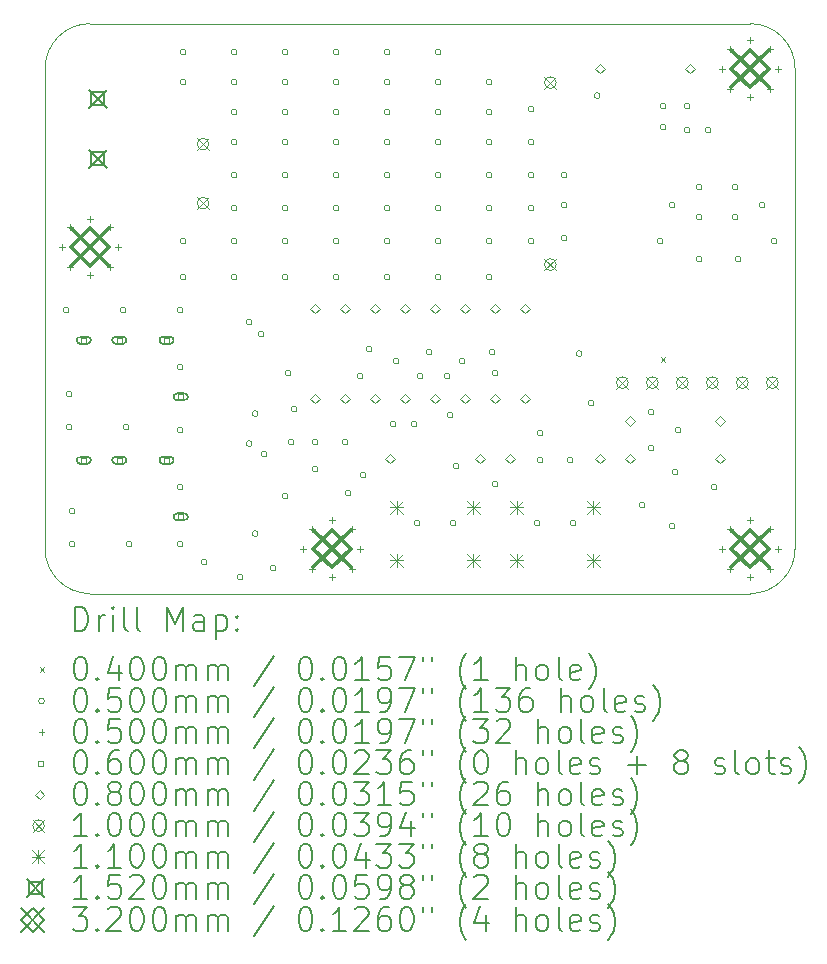
<source format=gbr>
%TF.GenerationSoftware,KiCad,Pcbnew,(6.0.10-0)*%
%TF.CreationDate,2023-01-20T21:59:07-08:00*%
%TF.ProjectId,mains-monitor,6d61696e-732d-46d6-9f6e-69746f722e6b,rev?*%
%TF.SameCoordinates,Original*%
%TF.FileFunction,Drillmap*%
%TF.FilePolarity,Positive*%
%FSLAX45Y45*%
G04 Gerber Fmt 4.5, Leading zero omitted, Abs format (unit mm)*
G04 Created by KiCad (PCBNEW (6.0.10-0)) date 2023-01-20 21:59:07*
%MOMM*%
%LPD*%
G01*
G04 APERTURE LIST*
%ADD10C,0.100000*%
%ADD11C,0.200000*%
%ADD12C,0.040000*%
%ADD13C,0.050000*%
%ADD14C,0.060000*%
%ADD15C,0.080000*%
%ADD16C,0.110000*%
%ADD17C,0.152000*%
%ADD18C,0.320000*%
G04 APERTURE END LIST*
D10*
X8001000Y-2540000D02*
X2413000Y-2540000D01*
X8001000Y-7366000D02*
G75*
G03*
X8382000Y-6985000I0J381000D01*
G01*
X2413000Y-2540000D02*
G75*
G03*
X2032000Y-2921000I0J-381000D01*
G01*
X8382000Y-6985000D02*
X8382000Y-2921000D01*
X2032000Y-6985000D02*
G75*
G03*
X2413000Y-7366000I381000J0D01*
G01*
X8382000Y-2921000D02*
G75*
G03*
X8001000Y-2540000I-381000J0D01*
G01*
X2032000Y-2921000D02*
X2032000Y-6985000D01*
X2413000Y-7366000D02*
X8001000Y-7366000D01*
D11*
D12*
X7244400Y-5364800D02*
X7284400Y-5404800D01*
X7284400Y-5364800D02*
X7244400Y-5404800D01*
D13*
X2234800Y-4965700D02*
G75*
G03*
X2234800Y-4965700I-25000J0D01*
G01*
X2260200Y-5676900D02*
G75*
G03*
X2260200Y-5676900I-25000J0D01*
G01*
X2260200Y-5956300D02*
G75*
G03*
X2260200Y-5956300I-25000J0D01*
G01*
X2285600Y-6667500D02*
G75*
G03*
X2285600Y-6667500I-25000J0D01*
G01*
X2285600Y-6946900D02*
G75*
G03*
X2285600Y-6946900I-25000J0D01*
G01*
X2717400Y-4965700D02*
G75*
G03*
X2717400Y-4965700I-25000J0D01*
G01*
X2742800Y-5956300D02*
G75*
G03*
X2742800Y-5956300I-25000J0D01*
G01*
X2768200Y-6946900D02*
G75*
G03*
X2768200Y-6946900I-25000J0D01*
G01*
X3200000Y-4965700D02*
G75*
G03*
X3200000Y-4965700I-25000J0D01*
G01*
X3200000Y-5448300D02*
G75*
G03*
X3200000Y-5448300I-25000J0D01*
G01*
X3200000Y-5981700D02*
G75*
G03*
X3200000Y-5981700I-25000J0D01*
G01*
X3200000Y-6464300D02*
G75*
G03*
X3200000Y-6464300I-25000J0D01*
G01*
X3200000Y-6946900D02*
G75*
G03*
X3200000Y-6946900I-25000J0D01*
G01*
X3225400Y-2781300D02*
G75*
G03*
X3225400Y-2781300I-25000J0D01*
G01*
X3225400Y-3035300D02*
G75*
G03*
X3225400Y-3035300I-25000J0D01*
G01*
X3225400Y-4381500D02*
G75*
G03*
X3225400Y-4381500I-25000J0D01*
G01*
X3225400Y-4686300D02*
G75*
G03*
X3225400Y-4686300I-25000J0D01*
G01*
X3403200Y-7099300D02*
G75*
G03*
X3403200Y-7099300I-25000J0D01*
G01*
X3657200Y-2781300D02*
G75*
G03*
X3657200Y-2781300I-25000J0D01*
G01*
X3657200Y-3035300D02*
G75*
G03*
X3657200Y-3035300I-25000J0D01*
G01*
X3657200Y-3289300D02*
G75*
G03*
X3657200Y-3289300I-25000J0D01*
G01*
X3657200Y-3543300D02*
G75*
G03*
X3657200Y-3543300I-25000J0D01*
G01*
X3657200Y-3822700D02*
G75*
G03*
X3657200Y-3822700I-25000J0D01*
G01*
X3657200Y-4102100D02*
G75*
G03*
X3657200Y-4102100I-25000J0D01*
G01*
X3657200Y-4381500D02*
G75*
G03*
X3657200Y-4381500I-25000J0D01*
G01*
X3657200Y-4686300D02*
G75*
G03*
X3657200Y-4686300I-25000J0D01*
G01*
X3708000Y-7226300D02*
G75*
G03*
X3708000Y-7226300I-25000J0D01*
G01*
X3784200Y-5067300D02*
G75*
G03*
X3784200Y-5067300I-25000J0D01*
G01*
X3784200Y-6096000D02*
G75*
G03*
X3784200Y-6096000I-25000J0D01*
G01*
X3835000Y-5842000D02*
G75*
G03*
X3835000Y-5842000I-25000J0D01*
G01*
X3835000Y-6858000D02*
G75*
G03*
X3835000Y-6858000I-25000J0D01*
G01*
X3885800Y-5168900D02*
G75*
G03*
X3885800Y-5168900I-25000J0D01*
G01*
X3911200Y-6184900D02*
G75*
G03*
X3911200Y-6184900I-25000J0D01*
G01*
X3987400Y-7150100D02*
G75*
G03*
X3987400Y-7150100I-25000J0D01*
G01*
X4089000Y-2781300D02*
G75*
G03*
X4089000Y-2781300I-25000J0D01*
G01*
X4089000Y-3035300D02*
G75*
G03*
X4089000Y-3035300I-25000J0D01*
G01*
X4089000Y-3289300D02*
G75*
G03*
X4089000Y-3289300I-25000J0D01*
G01*
X4089000Y-3543300D02*
G75*
G03*
X4089000Y-3543300I-25000J0D01*
G01*
X4089000Y-3822700D02*
G75*
G03*
X4089000Y-3822700I-25000J0D01*
G01*
X4089000Y-4102100D02*
G75*
G03*
X4089000Y-4102100I-25000J0D01*
G01*
X4089000Y-4381500D02*
G75*
G03*
X4089000Y-4381500I-25000J0D01*
G01*
X4089000Y-4686300D02*
G75*
G03*
X4089000Y-4686300I-25000J0D01*
G01*
X4089000Y-6540500D02*
G75*
G03*
X4089000Y-6540500I-25000J0D01*
G01*
X4114400Y-5499100D02*
G75*
G03*
X4114400Y-5499100I-25000J0D01*
G01*
X4139800Y-6083300D02*
G75*
G03*
X4139800Y-6083300I-25000J0D01*
G01*
X4165200Y-5803900D02*
G75*
G03*
X4165200Y-5803900I-25000J0D01*
G01*
X4343000Y-6083300D02*
G75*
G03*
X4343000Y-6083300I-25000J0D01*
G01*
X4343000Y-6311900D02*
G75*
G03*
X4343000Y-6311900I-25000J0D01*
G01*
X4520800Y-2781300D02*
G75*
G03*
X4520800Y-2781300I-25000J0D01*
G01*
X4520800Y-3035300D02*
G75*
G03*
X4520800Y-3035300I-25000J0D01*
G01*
X4520800Y-3289300D02*
G75*
G03*
X4520800Y-3289300I-25000J0D01*
G01*
X4520800Y-3543300D02*
G75*
G03*
X4520800Y-3543300I-25000J0D01*
G01*
X4520800Y-3822700D02*
G75*
G03*
X4520800Y-3822700I-25000J0D01*
G01*
X4520800Y-4102100D02*
G75*
G03*
X4520800Y-4102100I-25000J0D01*
G01*
X4520800Y-4381500D02*
G75*
G03*
X4520800Y-4381500I-25000J0D01*
G01*
X4520800Y-4686300D02*
G75*
G03*
X4520800Y-4686300I-25000J0D01*
G01*
X4597000Y-6083300D02*
G75*
G03*
X4597000Y-6083300I-25000J0D01*
G01*
X4622400Y-6515100D02*
G75*
G03*
X4622400Y-6515100I-25000J0D01*
G01*
X4724000Y-5524500D02*
G75*
G03*
X4724000Y-5524500I-25000J0D01*
G01*
X4749400Y-6362700D02*
G75*
G03*
X4749400Y-6362700I-25000J0D01*
G01*
X4800200Y-5295900D02*
G75*
G03*
X4800200Y-5295900I-25000J0D01*
G01*
X4952600Y-2781300D02*
G75*
G03*
X4952600Y-2781300I-25000J0D01*
G01*
X4952600Y-3035300D02*
G75*
G03*
X4952600Y-3035300I-25000J0D01*
G01*
X4952600Y-3289300D02*
G75*
G03*
X4952600Y-3289300I-25000J0D01*
G01*
X4952600Y-3543300D02*
G75*
G03*
X4952600Y-3543300I-25000J0D01*
G01*
X4952600Y-3822700D02*
G75*
G03*
X4952600Y-3822700I-25000J0D01*
G01*
X4952600Y-4102100D02*
G75*
G03*
X4952600Y-4102100I-25000J0D01*
G01*
X4952600Y-4381500D02*
G75*
G03*
X4952600Y-4381500I-25000J0D01*
G01*
X4952600Y-4686300D02*
G75*
G03*
X4952600Y-4686300I-25000J0D01*
G01*
X5003400Y-5930900D02*
G75*
G03*
X5003400Y-5930900I-25000J0D01*
G01*
X5028800Y-5397500D02*
G75*
G03*
X5028800Y-5397500I-25000J0D01*
G01*
X5181200Y-5930900D02*
G75*
G03*
X5181200Y-5930900I-25000J0D01*
G01*
X5206600Y-6769100D02*
G75*
G03*
X5206600Y-6769100I-25000J0D01*
G01*
X5232000Y-5524500D02*
G75*
G03*
X5232000Y-5524500I-25000J0D01*
G01*
X5308200Y-5321300D02*
G75*
G03*
X5308200Y-5321300I-25000J0D01*
G01*
X5384400Y-2781300D02*
G75*
G03*
X5384400Y-2781300I-25000J0D01*
G01*
X5384400Y-3035300D02*
G75*
G03*
X5384400Y-3035300I-25000J0D01*
G01*
X5384400Y-3289300D02*
G75*
G03*
X5384400Y-3289300I-25000J0D01*
G01*
X5384400Y-3543300D02*
G75*
G03*
X5384400Y-3543300I-25000J0D01*
G01*
X5384400Y-3822700D02*
G75*
G03*
X5384400Y-3822700I-25000J0D01*
G01*
X5384400Y-4102100D02*
G75*
G03*
X5384400Y-4102100I-25000J0D01*
G01*
X5384400Y-4381500D02*
G75*
G03*
X5384400Y-4381500I-25000J0D01*
G01*
X5384400Y-4686300D02*
G75*
G03*
X5384400Y-4686300I-25000J0D01*
G01*
X5460600Y-5524500D02*
G75*
G03*
X5460600Y-5524500I-25000J0D01*
G01*
X5486000Y-5854700D02*
G75*
G03*
X5486000Y-5854700I-25000J0D01*
G01*
X5511400Y-6769100D02*
G75*
G03*
X5511400Y-6769100I-25000J0D01*
G01*
X5536800Y-6286500D02*
G75*
G03*
X5536800Y-6286500I-25000J0D01*
G01*
X5587600Y-5397500D02*
G75*
G03*
X5587600Y-5397500I-25000J0D01*
G01*
X5816200Y-3035300D02*
G75*
G03*
X5816200Y-3035300I-25000J0D01*
G01*
X5816200Y-3289300D02*
G75*
G03*
X5816200Y-3289300I-25000J0D01*
G01*
X5816200Y-3543300D02*
G75*
G03*
X5816200Y-3543300I-25000J0D01*
G01*
X5816200Y-3822700D02*
G75*
G03*
X5816200Y-3822700I-25000J0D01*
G01*
X5816200Y-4102100D02*
G75*
G03*
X5816200Y-4102100I-25000J0D01*
G01*
X5816200Y-4381500D02*
G75*
G03*
X5816200Y-4381500I-25000J0D01*
G01*
X5816200Y-4686300D02*
G75*
G03*
X5816200Y-4686300I-25000J0D01*
G01*
X5841600Y-5321300D02*
G75*
G03*
X5841600Y-5321300I-25000J0D01*
G01*
X5867000Y-5499100D02*
G75*
G03*
X5867000Y-5499100I-25000J0D01*
G01*
X5867000Y-6438900D02*
G75*
G03*
X5867000Y-6438900I-25000J0D01*
G01*
X6171800Y-3263900D02*
G75*
G03*
X6171800Y-3263900I-25000J0D01*
G01*
X6171800Y-3543300D02*
G75*
G03*
X6171800Y-3543300I-25000J0D01*
G01*
X6171800Y-3822700D02*
G75*
G03*
X6171800Y-3822700I-25000J0D01*
G01*
X6171800Y-4102100D02*
G75*
G03*
X6171800Y-4102100I-25000J0D01*
G01*
X6171800Y-4381500D02*
G75*
G03*
X6171800Y-4381500I-25000J0D01*
G01*
X6222600Y-6769100D02*
G75*
G03*
X6222600Y-6769100I-25000J0D01*
G01*
X6248000Y-6007100D02*
G75*
G03*
X6248000Y-6007100I-25000J0D01*
G01*
X6248000Y-6235700D02*
G75*
G03*
X6248000Y-6235700I-25000J0D01*
G01*
X6451200Y-3822700D02*
G75*
G03*
X6451200Y-3822700I-25000J0D01*
G01*
X6451200Y-4076700D02*
G75*
G03*
X6451200Y-4076700I-25000J0D01*
G01*
X6451200Y-4356100D02*
G75*
G03*
X6451200Y-4356100I-25000J0D01*
G01*
X6502000Y-6235700D02*
G75*
G03*
X6502000Y-6235700I-25000J0D01*
G01*
X6527400Y-6769100D02*
G75*
G03*
X6527400Y-6769100I-25000J0D01*
G01*
X6578200Y-5334000D02*
G75*
G03*
X6578200Y-5334000I-25000J0D01*
G01*
X6679800Y-5753100D02*
G75*
G03*
X6679800Y-5753100I-25000J0D01*
G01*
X6730600Y-3149600D02*
G75*
G03*
X6730600Y-3149600I-25000J0D01*
G01*
X7111600Y-6616700D02*
G75*
G03*
X7111600Y-6616700I-25000J0D01*
G01*
X7187800Y-5829300D02*
G75*
G03*
X7187800Y-5829300I-25000J0D01*
G01*
X7187800Y-6134100D02*
G75*
G03*
X7187800Y-6134100I-25000J0D01*
G01*
X7264000Y-4381500D02*
G75*
G03*
X7264000Y-4381500I-25000J0D01*
G01*
X7289400Y-3238500D02*
G75*
G03*
X7289400Y-3238500I-25000J0D01*
G01*
X7289400Y-3416300D02*
G75*
G03*
X7289400Y-3416300I-25000J0D01*
G01*
X7365600Y-4076700D02*
G75*
G03*
X7365600Y-4076700I-25000J0D01*
G01*
X7365600Y-6794500D02*
G75*
G03*
X7365600Y-6794500I-25000J0D01*
G01*
X7391000Y-6337300D02*
G75*
G03*
X7391000Y-6337300I-25000J0D01*
G01*
X7416400Y-5981700D02*
G75*
G03*
X7416400Y-5981700I-25000J0D01*
G01*
X7492600Y-3238500D02*
G75*
G03*
X7492600Y-3238500I-25000J0D01*
G01*
X7492600Y-3441700D02*
G75*
G03*
X7492600Y-3441700I-25000J0D01*
G01*
X7594200Y-3924300D02*
G75*
G03*
X7594200Y-3924300I-25000J0D01*
G01*
X7594200Y-4178300D02*
G75*
G03*
X7594200Y-4178300I-25000J0D01*
G01*
X7594200Y-4533900D02*
G75*
G03*
X7594200Y-4533900I-25000J0D01*
G01*
X7670400Y-3441700D02*
G75*
G03*
X7670400Y-3441700I-25000J0D01*
G01*
X7721200Y-6464300D02*
G75*
G03*
X7721200Y-6464300I-25000J0D01*
G01*
X7899000Y-3924300D02*
G75*
G03*
X7899000Y-3924300I-25000J0D01*
G01*
X7899000Y-4178300D02*
G75*
G03*
X7899000Y-4178300I-25000J0D01*
G01*
X7924400Y-4533900D02*
G75*
G03*
X7924400Y-4533900I-25000J0D01*
G01*
X8127600Y-4076700D02*
G75*
G03*
X8127600Y-4076700I-25000J0D01*
G01*
X8229200Y-4381500D02*
G75*
G03*
X8229200Y-4381500I-25000J0D01*
G01*
X2173000Y-4406000D02*
X2173000Y-4456000D01*
X2148000Y-4431000D02*
X2198000Y-4431000D01*
X2243294Y-4236294D02*
X2243294Y-4286294D01*
X2218294Y-4261294D02*
X2268294Y-4261294D01*
X2243294Y-4575706D02*
X2243294Y-4625706D01*
X2218294Y-4600706D02*
X2268294Y-4600706D01*
X2413000Y-4166000D02*
X2413000Y-4216000D01*
X2388000Y-4191000D02*
X2438000Y-4191000D01*
X2413000Y-4646000D02*
X2413000Y-4696000D01*
X2388000Y-4671000D02*
X2438000Y-4671000D01*
X2582706Y-4236294D02*
X2582706Y-4286294D01*
X2557706Y-4261294D02*
X2607706Y-4261294D01*
X2582706Y-4575706D02*
X2582706Y-4625706D01*
X2557706Y-4600706D02*
X2607706Y-4600706D01*
X2653000Y-4406000D02*
X2653000Y-4456000D01*
X2628000Y-4431000D02*
X2678000Y-4431000D01*
X4219000Y-6960000D02*
X4219000Y-7010000D01*
X4194000Y-6985000D02*
X4244000Y-6985000D01*
X4289294Y-6790294D02*
X4289294Y-6840294D01*
X4264294Y-6815294D02*
X4314294Y-6815294D01*
X4289294Y-7129706D02*
X4289294Y-7179706D01*
X4264294Y-7154706D02*
X4314294Y-7154706D01*
X4459000Y-6720000D02*
X4459000Y-6770000D01*
X4434000Y-6745000D02*
X4484000Y-6745000D01*
X4459000Y-7200000D02*
X4459000Y-7250000D01*
X4434000Y-7225000D02*
X4484000Y-7225000D01*
X4628706Y-6790294D02*
X4628706Y-6840294D01*
X4603706Y-6815294D02*
X4653706Y-6815294D01*
X4628706Y-7129706D02*
X4628706Y-7179706D01*
X4603706Y-7154706D02*
X4653706Y-7154706D01*
X4699000Y-6960000D02*
X4699000Y-7010000D01*
X4674000Y-6985000D02*
X4724000Y-6985000D01*
X7761000Y-2896000D02*
X7761000Y-2946000D01*
X7736000Y-2921000D02*
X7786000Y-2921000D01*
X7761000Y-6960000D02*
X7761000Y-7010000D01*
X7736000Y-6985000D02*
X7786000Y-6985000D01*
X7831294Y-2726294D02*
X7831294Y-2776294D01*
X7806294Y-2751294D02*
X7856294Y-2751294D01*
X7831294Y-3065706D02*
X7831294Y-3115706D01*
X7806294Y-3090706D02*
X7856294Y-3090706D01*
X7831294Y-6790294D02*
X7831294Y-6840294D01*
X7806294Y-6815294D02*
X7856294Y-6815294D01*
X7831294Y-7129706D02*
X7831294Y-7179706D01*
X7806294Y-7154706D02*
X7856294Y-7154706D01*
X8001000Y-2656000D02*
X8001000Y-2706000D01*
X7976000Y-2681000D02*
X8026000Y-2681000D01*
X8001000Y-3136000D02*
X8001000Y-3186000D01*
X7976000Y-3161000D02*
X8026000Y-3161000D01*
X8001000Y-6720000D02*
X8001000Y-6770000D01*
X7976000Y-6745000D02*
X8026000Y-6745000D01*
X8001000Y-7200000D02*
X8001000Y-7250000D01*
X7976000Y-7225000D02*
X8026000Y-7225000D01*
X8170706Y-2726294D02*
X8170706Y-2776294D01*
X8145706Y-2751294D02*
X8195706Y-2751294D01*
X8170706Y-3065706D02*
X8170706Y-3115706D01*
X8145706Y-3090706D02*
X8195706Y-3090706D01*
X8170706Y-6790294D02*
X8170706Y-6840294D01*
X8145706Y-6815294D02*
X8195706Y-6815294D01*
X8170706Y-7129706D02*
X8170706Y-7179706D01*
X8145706Y-7154706D02*
X8195706Y-7154706D01*
X8241000Y-2896000D02*
X8241000Y-2946000D01*
X8216000Y-2921000D02*
X8266000Y-2921000D01*
X8241000Y-6960000D02*
X8241000Y-7010000D01*
X8216000Y-6985000D02*
X8266000Y-6985000D01*
D14*
X2381213Y-5242213D02*
X2381213Y-5199787D01*
X2338787Y-5199787D01*
X2338787Y-5242213D01*
X2381213Y-5242213D01*
D11*
X2330000Y-5251000D02*
X2390000Y-5251000D01*
X2330000Y-5191000D02*
X2390000Y-5191000D01*
X2390000Y-5251000D02*
G75*
G03*
X2390000Y-5191000I0J30000D01*
G01*
X2330000Y-5191000D02*
G75*
G03*
X2330000Y-5251000I0J-30000D01*
G01*
D14*
X2381213Y-6258213D02*
X2381213Y-6215787D01*
X2338787Y-6215787D01*
X2338787Y-6258213D01*
X2381213Y-6258213D01*
D11*
X2330000Y-6267000D02*
X2390000Y-6267000D01*
X2330000Y-6207000D02*
X2390000Y-6207000D01*
X2390000Y-6267000D02*
G75*
G03*
X2390000Y-6207000I0J30000D01*
G01*
X2330000Y-6207000D02*
G75*
G03*
X2330000Y-6267000I0J-30000D01*
G01*
D14*
X2681213Y-5242213D02*
X2681213Y-5199787D01*
X2638787Y-5199787D01*
X2638787Y-5242213D01*
X2681213Y-5242213D01*
D11*
X2630000Y-5251000D02*
X2690000Y-5251000D01*
X2630000Y-5191000D02*
X2690000Y-5191000D01*
X2690000Y-5251000D02*
G75*
G03*
X2690000Y-5191000I0J30000D01*
G01*
X2630000Y-5191000D02*
G75*
G03*
X2630000Y-5251000I0J-30000D01*
G01*
D14*
X2681213Y-6258213D02*
X2681213Y-6215787D01*
X2638787Y-6215787D01*
X2638787Y-6258213D01*
X2681213Y-6258213D01*
D11*
X2630000Y-6267000D02*
X2690000Y-6267000D01*
X2630000Y-6207000D02*
X2690000Y-6207000D01*
X2690000Y-6267000D02*
G75*
G03*
X2690000Y-6207000I0J30000D01*
G01*
X2630000Y-6207000D02*
G75*
G03*
X2630000Y-6267000I0J-30000D01*
G01*
D14*
X3081213Y-5242213D02*
X3081213Y-5199787D01*
X3038787Y-5199787D01*
X3038787Y-5242213D01*
X3081213Y-5242213D01*
D11*
X3030000Y-5251000D02*
X3090000Y-5251000D01*
X3030000Y-5191000D02*
X3090000Y-5191000D01*
X3090000Y-5251000D02*
G75*
G03*
X3090000Y-5191000I0J30000D01*
G01*
X3030000Y-5191000D02*
G75*
G03*
X3030000Y-5251000I0J-30000D01*
G01*
D14*
X3081213Y-6258213D02*
X3081213Y-6215787D01*
X3038787Y-6215787D01*
X3038787Y-6258213D01*
X3081213Y-6258213D01*
D11*
X3030000Y-6267000D02*
X3090000Y-6267000D01*
X3030000Y-6207000D02*
X3090000Y-6207000D01*
X3090000Y-6267000D02*
G75*
G03*
X3090000Y-6207000I0J30000D01*
G01*
X3030000Y-6207000D02*
G75*
G03*
X3030000Y-6267000I0J-30000D01*
G01*
D14*
X3201213Y-5722213D02*
X3201213Y-5679787D01*
X3158787Y-5679787D01*
X3158787Y-5722213D01*
X3201213Y-5722213D01*
D11*
X3150000Y-5731000D02*
X3210000Y-5731000D01*
X3150000Y-5671000D02*
X3210000Y-5671000D01*
X3210000Y-5731000D02*
G75*
G03*
X3210000Y-5671000I0J30000D01*
G01*
X3150000Y-5671000D02*
G75*
G03*
X3150000Y-5731000I0J-30000D01*
G01*
D14*
X3201213Y-6738213D02*
X3201213Y-6695787D01*
X3158787Y-6695787D01*
X3158787Y-6738213D01*
X3201213Y-6738213D01*
D11*
X3150000Y-6747000D02*
X3210000Y-6747000D01*
X3150000Y-6687000D02*
X3210000Y-6687000D01*
X3210000Y-6747000D02*
G75*
G03*
X3210000Y-6687000I0J30000D01*
G01*
X3150000Y-6687000D02*
G75*
G03*
X3150000Y-6747000I0J-30000D01*
G01*
D15*
X4316500Y-4994000D02*
X4356500Y-4954000D01*
X4316500Y-4914000D01*
X4276500Y-4954000D01*
X4316500Y-4994000D01*
X4316500Y-5756000D02*
X4356500Y-5716000D01*
X4316500Y-5676000D01*
X4276500Y-5716000D01*
X4316500Y-5756000D01*
X4570500Y-4994000D02*
X4610500Y-4954000D01*
X4570500Y-4914000D01*
X4530500Y-4954000D01*
X4570500Y-4994000D01*
X4570500Y-5756000D02*
X4610500Y-5716000D01*
X4570500Y-5676000D01*
X4530500Y-5716000D01*
X4570500Y-5756000D01*
X4824500Y-4994000D02*
X4864500Y-4954000D01*
X4824500Y-4914000D01*
X4784500Y-4954000D01*
X4824500Y-4994000D01*
X4824500Y-5756000D02*
X4864500Y-5716000D01*
X4824500Y-5676000D01*
X4784500Y-5716000D01*
X4824500Y-5756000D01*
X4953000Y-6263000D02*
X4993000Y-6223000D01*
X4953000Y-6183000D01*
X4913000Y-6223000D01*
X4953000Y-6263000D01*
X5078500Y-4994000D02*
X5118500Y-4954000D01*
X5078500Y-4914000D01*
X5038500Y-4954000D01*
X5078500Y-4994000D01*
X5078500Y-5756000D02*
X5118500Y-5716000D01*
X5078500Y-5676000D01*
X5038500Y-5716000D01*
X5078500Y-5756000D01*
X5332500Y-4994000D02*
X5372500Y-4954000D01*
X5332500Y-4914000D01*
X5292500Y-4954000D01*
X5332500Y-4994000D01*
X5332500Y-5756000D02*
X5372500Y-5716000D01*
X5332500Y-5676000D01*
X5292500Y-5716000D01*
X5332500Y-5756000D01*
X5586500Y-4994000D02*
X5626500Y-4954000D01*
X5586500Y-4914000D01*
X5546500Y-4954000D01*
X5586500Y-4994000D01*
X5586500Y-5756000D02*
X5626500Y-5716000D01*
X5586500Y-5676000D01*
X5546500Y-5716000D01*
X5586500Y-5756000D01*
X5715000Y-6263000D02*
X5755000Y-6223000D01*
X5715000Y-6183000D01*
X5675000Y-6223000D01*
X5715000Y-6263000D01*
X5840500Y-4994000D02*
X5880500Y-4954000D01*
X5840500Y-4914000D01*
X5800500Y-4954000D01*
X5840500Y-4994000D01*
X5840500Y-5756000D02*
X5880500Y-5716000D01*
X5840500Y-5676000D01*
X5800500Y-5716000D01*
X5840500Y-5756000D01*
X5969000Y-6263000D02*
X6009000Y-6223000D01*
X5969000Y-6183000D01*
X5929000Y-6223000D01*
X5969000Y-6263000D01*
X6094500Y-4994000D02*
X6134500Y-4954000D01*
X6094500Y-4914000D01*
X6054500Y-4954000D01*
X6094500Y-4994000D01*
X6094500Y-5756000D02*
X6134500Y-5716000D01*
X6094500Y-5676000D01*
X6054500Y-5716000D01*
X6094500Y-5756000D01*
X6731000Y-2961000D02*
X6771000Y-2921000D01*
X6731000Y-2881000D01*
X6691000Y-2921000D01*
X6731000Y-2961000D01*
X6731000Y-6263000D02*
X6771000Y-6223000D01*
X6731000Y-6183000D01*
X6691000Y-6223000D01*
X6731000Y-6263000D01*
X6985000Y-5945500D02*
X7025000Y-5905500D01*
X6985000Y-5865500D01*
X6945000Y-5905500D01*
X6985000Y-5945500D01*
X6985000Y-6263000D02*
X7025000Y-6223000D01*
X6985000Y-6183000D01*
X6945000Y-6223000D01*
X6985000Y-6263000D01*
X7493000Y-2961000D02*
X7533000Y-2921000D01*
X7493000Y-2881000D01*
X7453000Y-2921000D01*
X7493000Y-2961000D01*
X7747000Y-5945500D02*
X7787000Y-5905500D01*
X7747000Y-5865500D01*
X7707000Y-5905500D01*
X7747000Y-5945500D01*
X7747000Y-6263000D02*
X7787000Y-6223000D01*
X7747000Y-6183000D01*
X7707000Y-6223000D01*
X7747000Y-6263000D01*
D10*
X3319750Y-3510000D02*
X3419750Y-3610000D01*
X3419750Y-3510000D02*
X3319750Y-3610000D01*
X3419750Y-3560000D02*
G75*
G03*
X3419750Y-3560000I-50000J0D01*
G01*
X3319750Y-4010000D02*
X3419750Y-4110000D01*
X3419750Y-4010000D02*
X3319750Y-4110000D01*
X3419750Y-4060000D02*
G75*
G03*
X3419750Y-4060000I-50000J0D01*
G01*
X6259750Y-2990000D02*
X6359750Y-3090000D01*
X6359750Y-2990000D02*
X6259750Y-3090000D01*
X6359750Y-3040000D02*
G75*
G03*
X6359750Y-3040000I-50000J0D01*
G01*
X6259750Y-4530000D02*
X6359750Y-4630000D01*
X6359750Y-4530000D02*
X6259750Y-4630000D01*
X6359750Y-4580000D02*
G75*
G03*
X6359750Y-4580000I-50000J0D01*
G01*
X6869000Y-5530500D02*
X6969000Y-5630500D01*
X6969000Y-5530500D02*
X6869000Y-5630500D01*
X6969000Y-5580500D02*
G75*
G03*
X6969000Y-5580500I-50000J0D01*
G01*
X7123000Y-5530500D02*
X7223000Y-5630500D01*
X7223000Y-5530500D02*
X7123000Y-5630500D01*
X7223000Y-5580500D02*
G75*
G03*
X7223000Y-5580500I-50000J0D01*
G01*
X7377000Y-5530500D02*
X7477000Y-5630500D01*
X7477000Y-5530500D02*
X7377000Y-5630500D01*
X7477000Y-5580500D02*
G75*
G03*
X7477000Y-5580500I-50000J0D01*
G01*
X7631000Y-5530500D02*
X7731000Y-5630500D01*
X7731000Y-5530500D02*
X7631000Y-5630500D01*
X7731000Y-5580500D02*
G75*
G03*
X7731000Y-5580500I-50000J0D01*
G01*
X7885000Y-5530500D02*
X7985000Y-5630500D01*
X7985000Y-5530500D02*
X7885000Y-5630500D01*
X7985000Y-5580500D02*
G75*
G03*
X7985000Y-5580500I-50000J0D01*
G01*
X8139000Y-5530500D02*
X8239000Y-5630500D01*
X8239000Y-5530500D02*
X8139000Y-5630500D01*
X8239000Y-5580500D02*
G75*
G03*
X8239000Y-5580500I-50000J0D01*
G01*
D16*
X4954000Y-6578000D02*
X5064000Y-6688000D01*
X5064000Y-6578000D02*
X4954000Y-6688000D01*
X5009000Y-6578000D02*
X5009000Y-6688000D01*
X4954000Y-6633000D02*
X5064000Y-6633000D01*
X4954000Y-7028000D02*
X5064000Y-7138000D01*
X5064000Y-7028000D02*
X4954000Y-7138000D01*
X5009000Y-7028000D02*
X5009000Y-7138000D01*
X4954000Y-7083000D02*
X5064000Y-7083000D01*
X5604000Y-6578000D02*
X5714000Y-6688000D01*
X5714000Y-6578000D02*
X5604000Y-6688000D01*
X5659000Y-6578000D02*
X5659000Y-6688000D01*
X5604000Y-6633000D02*
X5714000Y-6633000D01*
X5604000Y-7028000D02*
X5714000Y-7138000D01*
X5714000Y-7028000D02*
X5604000Y-7138000D01*
X5659000Y-7028000D02*
X5659000Y-7138000D01*
X5604000Y-7083000D02*
X5714000Y-7083000D01*
X5970000Y-6578000D02*
X6080000Y-6688000D01*
X6080000Y-6578000D02*
X5970000Y-6688000D01*
X6025000Y-6578000D02*
X6025000Y-6688000D01*
X5970000Y-6633000D02*
X6080000Y-6633000D01*
X5970000Y-7028000D02*
X6080000Y-7138000D01*
X6080000Y-7028000D02*
X5970000Y-7138000D01*
X6025000Y-7028000D02*
X6025000Y-7138000D01*
X5970000Y-7083000D02*
X6080000Y-7083000D01*
X6620000Y-6578000D02*
X6730000Y-6688000D01*
X6730000Y-6578000D02*
X6620000Y-6688000D01*
X6675000Y-6578000D02*
X6675000Y-6688000D01*
X6620000Y-6633000D02*
X6730000Y-6633000D01*
X6620000Y-7028000D02*
X6730000Y-7138000D01*
X6730000Y-7028000D02*
X6620000Y-7138000D01*
X6675000Y-7028000D02*
X6675000Y-7138000D01*
X6620000Y-7083000D02*
X6730000Y-7083000D01*
D17*
X2400500Y-3099000D02*
X2552500Y-3251000D01*
X2552500Y-3099000D02*
X2400500Y-3251000D01*
X2530241Y-3228741D02*
X2530241Y-3121259D01*
X2422759Y-3121259D01*
X2422759Y-3228741D01*
X2530241Y-3228741D01*
X2400500Y-3607000D02*
X2552500Y-3759000D01*
X2552500Y-3607000D02*
X2400500Y-3759000D01*
X2530241Y-3736741D02*
X2530241Y-3629259D01*
X2422759Y-3629259D01*
X2422759Y-3736741D01*
X2530241Y-3736741D01*
D18*
X2253000Y-4271000D02*
X2573000Y-4591000D01*
X2573000Y-4271000D02*
X2253000Y-4591000D01*
X2413000Y-4591000D02*
X2573000Y-4431000D01*
X2413000Y-4271000D01*
X2253000Y-4431000D01*
X2413000Y-4591000D01*
X4299000Y-6825000D02*
X4619000Y-7145000D01*
X4619000Y-6825000D02*
X4299000Y-7145000D01*
X4459000Y-7145000D02*
X4619000Y-6985000D01*
X4459000Y-6825000D01*
X4299000Y-6985000D01*
X4459000Y-7145000D01*
X7841000Y-2761000D02*
X8161000Y-3081000D01*
X8161000Y-2761000D02*
X7841000Y-3081000D01*
X8001000Y-3081000D02*
X8161000Y-2921000D01*
X8001000Y-2761000D01*
X7841000Y-2921000D01*
X8001000Y-3081000D01*
X7841000Y-6825000D02*
X8161000Y-7145000D01*
X8161000Y-6825000D02*
X7841000Y-7145000D01*
X8001000Y-7145000D02*
X8161000Y-6985000D01*
X8001000Y-6825000D01*
X7841000Y-6985000D01*
X8001000Y-7145000D01*
D11*
X2284619Y-7681476D02*
X2284619Y-7481476D01*
X2332238Y-7481476D01*
X2360810Y-7491000D01*
X2379857Y-7510048D01*
X2389381Y-7529095D01*
X2398905Y-7567190D01*
X2398905Y-7595762D01*
X2389381Y-7633857D01*
X2379857Y-7652905D01*
X2360810Y-7671952D01*
X2332238Y-7681476D01*
X2284619Y-7681476D01*
X2484619Y-7681476D02*
X2484619Y-7548143D01*
X2484619Y-7586238D02*
X2494143Y-7567190D01*
X2503667Y-7557667D01*
X2522714Y-7548143D01*
X2541762Y-7548143D01*
X2608429Y-7681476D02*
X2608429Y-7548143D01*
X2608429Y-7481476D02*
X2598905Y-7491000D01*
X2608429Y-7500524D01*
X2617952Y-7491000D01*
X2608429Y-7481476D01*
X2608429Y-7500524D01*
X2732238Y-7681476D02*
X2713190Y-7671952D01*
X2703667Y-7652905D01*
X2703667Y-7481476D01*
X2837000Y-7681476D02*
X2817952Y-7671952D01*
X2808428Y-7652905D01*
X2808428Y-7481476D01*
X3065571Y-7681476D02*
X3065571Y-7481476D01*
X3132238Y-7624333D01*
X3198905Y-7481476D01*
X3198905Y-7681476D01*
X3379857Y-7681476D02*
X3379857Y-7576714D01*
X3370333Y-7557667D01*
X3351286Y-7548143D01*
X3313190Y-7548143D01*
X3294143Y-7557667D01*
X3379857Y-7671952D02*
X3360809Y-7681476D01*
X3313190Y-7681476D01*
X3294143Y-7671952D01*
X3284619Y-7652905D01*
X3284619Y-7633857D01*
X3294143Y-7614809D01*
X3313190Y-7605286D01*
X3360809Y-7605286D01*
X3379857Y-7595762D01*
X3475095Y-7548143D02*
X3475095Y-7748143D01*
X3475095Y-7557667D02*
X3494143Y-7548143D01*
X3532238Y-7548143D01*
X3551286Y-7557667D01*
X3560809Y-7567190D01*
X3570333Y-7586238D01*
X3570333Y-7643381D01*
X3560809Y-7662428D01*
X3551286Y-7671952D01*
X3532238Y-7681476D01*
X3494143Y-7681476D01*
X3475095Y-7671952D01*
X3656048Y-7662428D02*
X3665571Y-7671952D01*
X3656048Y-7681476D01*
X3646524Y-7671952D01*
X3656048Y-7662428D01*
X3656048Y-7681476D01*
X3656048Y-7557667D02*
X3665571Y-7567190D01*
X3656048Y-7576714D01*
X3646524Y-7567190D01*
X3656048Y-7557667D01*
X3656048Y-7576714D01*
D12*
X1987000Y-7991000D02*
X2027000Y-8031000D01*
X2027000Y-7991000D02*
X1987000Y-8031000D01*
D11*
X2322714Y-7901476D02*
X2341762Y-7901476D01*
X2360810Y-7911000D01*
X2370333Y-7920524D01*
X2379857Y-7939571D01*
X2389381Y-7977667D01*
X2389381Y-8025286D01*
X2379857Y-8063381D01*
X2370333Y-8082428D01*
X2360810Y-8091952D01*
X2341762Y-8101476D01*
X2322714Y-8101476D01*
X2303667Y-8091952D01*
X2294143Y-8082428D01*
X2284619Y-8063381D01*
X2275095Y-8025286D01*
X2275095Y-7977667D01*
X2284619Y-7939571D01*
X2294143Y-7920524D01*
X2303667Y-7911000D01*
X2322714Y-7901476D01*
X2475095Y-8082428D02*
X2484619Y-8091952D01*
X2475095Y-8101476D01*
X2465571Y-8091952D01*
X2475095Y-8082428D01*
X2475095Y-8101476D01*
X2656048Y-7968143D02*
X2656048Y-8101476D01*
X2608429Y-7891952D02*
X2560810Y-8034809D01*
X2684619Y-8034809D01*
X2798905Y-7901476D02*
X2817952Y-7901476D01*
X2837000Y-7911000D01*
X2846524Y-7920524D01*
X2856048Y-7939571D01*
X2865571Y-7977667D01*
X2865571Y-8025286D01*
X2856048Y-8063381D01*
X2846524Y-8082428D01*
X2837000Y-8091952D01*
X2817952Y-8101476D01*
X2798905Y-8101476D01*
X2779857Y-8091952D01*
X2770333Y-8082428D01*
X2760810Y-8063381D01*
X2751286Y-8025286D01*
X2751286Y-7977667D01*
X2760810Y-7939571D01*
X2770333Y-7920524D01*
X2779857Y-7911000D01*
X2798905Y-7901476D01*
X2989381Y-7901476D02*
X3008428Y-7901476D01*
X3027476Y-7911000D01*
X3037000Y-7920524D01*
X3046524Y-7939571D01*
X3056048Y-7977667D01*
X3056048Y-8025286D01*
X3046524Y-8063381D01*
X3037000Y-8082428D01*
X3027476Y-8091952D01*
X3008428Y-8101476D01*
X2989381Y-8101476D01*
X2970333Y-8091952D01*
X2960809Y-8082428D01*
X2951286Y-8063381D01*
X2941762Y-8025286D01*
X2941762Y-7977667D01*
X2951286Y-7939571D01*
X2960809Y-7920524D01*
X2970333Y-7911000D01*
X2989381Y-7901476D01*
X3141762Y-8101476D02*
X3141762Y-7968143D01*
X3141762Y-7987190D02*
X3151286Y-7977667D01*
X3170333Y-7968143D01*
X3198905Y-7968143D01*
X3217952Y-7977667D01*
X3227476Y-7996714D01*
X3227476Y-8101476D01*
X3227476Y-7996714D02*
X3237000Y-7977667D01*
X3256048Y-7968143D01*
X3284619Y-7968143D01*
X3303667Y-7977667D01*
X3313190Y-7996714D01*
X3313190Y-8101476D01*
X3408428Y-8101476D02*
X3408428Y-7968143D01*
X3408428Y-7987190D02*
X3417952Y-7977667D01*
X3437000Y-7968143D01*
X3465571Y-7968143D01*
X3484619Y-7977667D01*
X3494143Y-7996714D01*
X3494143Y-8101476D01*
X3494143Y-7996714D02*
X3503667Y-7977667D01*
X3522714Y-7968143D01*
X3551286Y-7968143D01*
X3570333Y-7977667D01*
X3579857Y-7996714D01*
X3579857Y-8101476D01*
X3970333Y-7891952D02*
X3798905Y-8149095D01*
X4227476Y-7901476D02*
X4246524Y-7901476D01*
X4265571Y-7911000D01*
X4275095Y-7920524D01*
X4284619Y-7939571D01*
X4294143Y-7977667D01*
X4294143Y-8025286D01*
X4284619Y-8063381D01*
X4275095Y-8082428D01*
X4265571Y-8091952D01*
X4246524Y-8101476D01*
X4227476Y-8101476D01*
X4208429Y-8091952D01*
X4198905Y-8082428D01*
X4189381Y-8063381D01*
X4179857Y-8025286D01*
X4179857Y-7977667D01*
X4189381Y-7939571D01*
X4198905Y-7920524D01*
X4208429Y-7911000D01*
X4227476Y-7901476D01*
X4379857Y-8082428D02*
X4389381Y-8091952D01*
X4379857Y-8101476D01*
X4370333Y-8091952D01*
X4379857Y-8082428D01*
X4379857Y-8101476D01*
X4513190Y-7901476D02*
X4532238Y-7901476D01*
X4551286Y-7911000D01*
X4560810Y-7920524D01*
X4570333Y-7939571D01*
X4579857Y-7977667D01*
X4579857Y-8025286D01*
X4570333Y-8063381D01*
X4560810Y-8082428D01*
X4551286Y-8091952D01*
X4532238Y-8101476D01*
X4513190Y-8101476D01*
X4494143Y-8091952D01*
X4484619Y-8082428D01*
X4475095Y-8063381D01*
X4465571Y-8025286D01*
X4465571Y-7977667D01*
X4475095Y-7939571D01*
X4484619Y-7920524D01*
X4494143Y-7911000D01*
X4513190Y-7901476D01*
X4770333Y-8101476D02*
X4656048Y-8101476D01*
X4713190Y-8101476D02*
X4713190Y-7901476D01*
X4694143Y-7930048D01*
X4675095Y-7949095D01*
X4656048Y-7958619D01*
X4951286Y-7901476D02*
X4856048Y-7901476D01*
X4846524Y-7996714D01*
X4856048Y-7987190D01*
X4875095Y-7977667D01*
X4922714Y-7977667D01*
X4941762Y-7987190D01*
X4951286Y-7996714D01*
X4960810Y-8015762D01*
X4960810Y-8063381D01*
X4951286Y-8082428D01*
X4941762Y-8091952D01*
X4922714Y-8101476D01*
X4875095Y-8101476D01*
X4856048Y-8091952D01*
X4846524Y-8082428D01*
X5027476Y-7901476D02*
X5160810Y-7901476D01*
X5075095Y-8101476D01*
X5227476Y-7901476D02*
X5227476Y-7939571D01*
X5303667Y-7901476D02*
X5303667Y-7939571D01*
X5598905Y-8177667D02*
X5589381Y-8168143D01*
X5570333Y-8139571D01*
X5560810Y-8120524D01*
X5551286Y-8091952D01*
X5541762Y-8044333D01*
X5541762Y-8006238D01*
X5551286Y-7958619D01*
X5560810Y-7930048D01*
X5570333Y-7911000D01*
X5589381Y-7882428D01*
X5598905Y-7872905D01*
X5779857Y-8101476D02*
X5665571Y-8101476D01*
X5722714Y-8101476D02*
X5722714Y-7901476D01*
X5703667Y-7930048D01*
X5684619Y-7949095D01*
X5665571Y-7958619D01*
X6017952Y-8101476D02*
X6017952Y-7901476D01*
X6103667Y-8101476D02*
X6103667Y-7996714D01*
X6094143Y-7977667D01*
X6075095Y-7968143D01*
X6046524Y-7968143D01*
X6027476Y-7977667D01*
X6017952Y-7987190D01*
X6227476Y-8101476D02*
X6208428Y-8091952D01*
X6198905Y-8082428D01*
X6189381Y-8063381D01*
X6189381Y-8006238D01*
X6198905Y-7987190D01*
X6208428Y-7977667D01*
X6227476Y-7968143D01*
X6256048Y-7968143D01*
X6275095Y-7977667D01*
X6284619Y-7987190D01*
X6294143Y-8006238D01*
X6294143Y-8063381D01*
X6284619Y-8082428D01*
X6275095Y-8091952D01*
X6256048Y-8101476D01*
X6227476Y-8101476D01*
X6408428Y-8101476D02*
X6389381Y-8091952D01*
X6379857Y-8072905D01*
X6379857Y-7901476D01*
X6560809Y-8091952D02*
X6541762Y-8101476D01*
X6503667Y-8101476D01*
X6484619Y-8091952D01*
X6475095Y-8072905D01*
X6475095Y-7996714D01*
X6484619Y-7977667D01*
X6503667Y-7968143D01*
X6541762Y-7968143D01*
X6560809Y-7977667D01*
X6570333Y-7996714D01*
X6570333Y-8015762D01*
X6475095Y-8034809D01*
X6637000Y-8177667D02*
X6646524Y-8168143D01*
X6665571Y-8139571D01*
X6675095Y-8120524D01*
X6684619Y-8091952D01*
X6694143Y-8044333D01*
X6694143Y-8006238D01*
X6684619Y-7958619D01*
X6675095Y-7930048D01*
X6665571Y-7911000D01*
X6646524Y-7882428D01*
X6637000Y-7872905D01*
D13*
X2027000Y-8275000D02*
G75*
G03*
X2027000Y-8275000I-25000J0D01*
G01*
D11*
X2322714Y-8165476D02*
X2341762Y-8165476D01*
X2360810Y-8175000D01*
X2370333Y-8184524D01*
X2379857Y-8203571D01*
X2389381Y-8241667D01*
X2389381Y-8289286D01*
X2379857Y-8327381D01*
X2370333Y-8346428D01*
X2360810Y-8355952D01*
X2341762Y-8365476D01*
X2322714Y-8365476D01*
X2303667Y-8355952D01*
X2294143Y-8346428D01*
X2284619Y-8327381D01*
X2275095Y-8289286D01*
X2275095Y-8241667D01*
X2284619Y-8203571D01*
X2294143Y-8184524D01*
X2303667Y-8175000D01*
X2322714Y-8165476D01*
X2475095Y-8346428D02*
X2484619Y-8355952D01*
X2475095Y-8365476D01*
X2465571Y-8355952D01*
X2475095Y-8346428D01*
X2475095Y-8365476D01*
X2665571Y-8165476D02*
X2570333Y-8165476D01*
X2560810Y-8260714D01*
X2570333Y-8251190D01*
X2589381Y-8241667D01*
X2637000Y-8241667D01*
X2656048Y-8251190D01*
X2665571Y-8260714D01*
X2675095Y-8279762D01*
X2675095Y-8327381D01*
X2665571Y-8346428D01*
X2656048Y-8355952D01*
X2637000Y-8365476D01*
X2589381Y-8365476D01*
X2570333Y-8355952D01*
X2560810Y-8346428D01*
X2798905Y-8165476D02*
X2817952Y-8165476D01*
X2837000Y-8175000D01*
X2846524Y-8184524D01*
X2856048Y-8203571D01*
X2865571Y-8241667D01*
X2865571Y-8289286D01*
X2856048Y-8327381D01*
X2846524Y-8346428D01*
X2837000Y-8355952D01*
X2817952Y-8365476D01*
X2798905Y-8365476D01*
X2779857Y-8355952D01*
X2770333Y-8346428D01*
X2760810Y-8327381D01*
X2751286Y-8289286D01*
X2751286Y-8241667D01*
X2760810Y-8203571D01*
X2770333Y-8184524D01*
X2779857Y-8175000D01*
X2798905Y-8165476D01*
X2989381Y-8165476D02*
X3008428Y-8165476D01*
X3027476Y-8175000D01*
X3037000Y-8184524D01*
X3046524Y-8203571D01*
X3056048Y-8241667D01*
X3056048Y-8289286D01*
X3046524Y-8327381D01*
X3037000Y-8346428D01*
X3027476Y-8355952D01*
X3008428Y-8365476D01*
X2989381Y-8365476D01*
X2970333Y-8355952D01*
X2960809Y-8346428D01*
X2951286Y-8327381D01*
X2941762Y-8289286D01*
X2941762Y-8241667D01*
X2951286Y-8203571D01*
X2960809Y-8184524D01*
X2970333Y-8175000D01*
X2989381Y-8165476D01*
X3141762Y-8365476D02*
X3141762Y-8232143D01*
X3141762Y-8251190D02*
X3151286Y-8241667D01*
X3170333Y-8232143D01*
X3198905Y-8232143D01*
X3217952Y-8241667D01*
X3227476Y-8260714D01*
X3227476Y-8365476D01*
X3227476Y-8260714D02*
X3237000Y-8241667D01*
X3256048Y-8232143D01*
X3284619Y-8232143D01*
X3303667Y-8241667D01*
X3313190Y-8260714D01*
X3313190Y-8365476D01*
X3408428Y-8365476D02*
X3408428Y-8232143D01*
X3408428Y-8251190D02*
X3417952Y-8241667D01*
X3437000Y-8232143D01*
X3465571Y-8232143D01*
X3484619Y-8241667D01*
X3494143Y-8260714D01*
X3494143Y-8365476D01*
X3494143Y-8260714D02*
X3503667Y-8241667D01*
X3522714Y-8232143D01*
X3551286Y-8232143D01*
X3570333Y-8241667D01*
X3579857Y-8260714D01*
X3579857Y-8365476D01*
X3970333Y-8155952D02*
X3798905Y-8413095D01*
X4227476Y-8165476D02*
X4246524Y-8165476D01*
X4265571Y-8175000D01*
X4275095Y-8184524D01*
X4284619Y-8203571D01*
X4294143Y-8241667D01*
X4294143Y-8289286D01*
X4284619Y-8327381D01*
X4275095Y-8346428D01*
X4265571Y-8355952D01*
X4246524Y-8365476D01*
X4227476Y-8365476D01*
X4208429Y-8355952D01*
X4198905Y-8346428D01*
X4189381Y-8327381D01*
X4179857Y-8289286D01*
X4179857Y-8241667D01*
X4189381Y-8203571D01*
X4198905Y-8184524D01*
X4208429Y-8175000D01*
X4227476Y-8165476D01*
X4379857Y-8346428D02*
X4389381Y-8355952D01*
X4379857Y-8365476D01*
X4370333Y-8355952D01*
X4379857Y-8346428D01*
X4379857Y-8365476D01*
X4513190Y-8165476D02*
X4532238Y-8165476D01*
X4551286Y-8175000D01*
X4560810Y-8184524D01*
X4570333Y-8203571D01*
X4579857Y-8241667D01*
X4579857Y-8289286D01*
X4570333Y-8327381D01*
X4560810Y-8346428D01*
X4551286Y-8355952D01*
X4532238Y-8365476D01*
X4513190Y-8365476D01*
X4494143Y-8355952D01*
X4484619Y-8346428D01*
X4475095Y-8327381D01*
X4465571Y-8289286D01*
X4465571Y-8241667D01*
X4475095Y-8203571D01*
X4484619Y-8184524D01*
X4494143Y-8175000D01*
X4513190Y-8165476D01*
X4770333Y-8365476D02*
X4656048Y-8365476D01*
X4713190Y-8365476D02*
X4713190Y-8165476D01*
X4694143Y-8194048D01*
X4675095Y-8213095D01*
X4656048Y-8222619D01*
X4865571Y-8365476D02*
X4903667Y-8365476D01*
X4922714Y-8355952D01*
X4932238Y-8346428D01*
X4951286Y-8317857D01*
X4960810Y-8279762D01*
X4960810Y-8203571D01*
X4951286Y-8184524D01*
X4941762Y-8175000D01*
X4922714Y-8165476D01*
X4884619Y-8165476D01*
X4865571Y-8175000D01*
X4856048Y-8184524D01*
X4846524Y-8203571D01*
X4846524Y-8251190D01*
X4856048Y-8270238D01*
X4865571Y-8279762D01*
X4884619Y-8289286D01*
X4922714Y-8289286D01*
X4941762Y-8279762D01*
X4951286Y-8270238D01*
X4960810Y-8251190D01*
X5027476Y-8165476D02*
X5160810Y-8165476D01*
X5075095Y-8365476D01*
X5227476Y-8165476D02*
X5227476Y-8203571D01*
X5303667Y-8165476D02*
X5303667Y-8203571D01*
X5598905Y-8441667D02*
X5589381Y-8432143D01*
X5570333Y-8403571D01*
X5560810Y-8384524D01*
X5551286Y-8355952D01*
X5541762Y-8308333D01*
X5541762Y-8270238D01*
X5551286Y-8222619D01*
X5560810Y-8194048D01*
X5570333Y-8175000D01*
X5589381Y-8146428D01*
X5598905Y-8136905D01*
X5779857Y-8365476D02*
X5665571Y-8365476D01*
X5722714Y-8365476D02*
X5722714Y-8165476D01*
X5703667Y-8194048D01*
X5684619Y-8213095D01*
X5665571Y-8222619D01*
X5846524Y-8165476D02*
X5970333Y-8165476D01*
X5903667Y-8241667D01*
X5932238Y-8241667D01*
X5951286Y-8251190D01*
X5960809Y-8260714D01*
X5970333Y-8279762D01*
X5970333Y-8327381D01*
X5960809Y-8346428D01*
X5951286Y-8355952D01*
X5932238Y-8365476D01*
X5875095Y-8365476D01*
X5856048Y-8355952D01*
X5846524Y-8346428D01*
X6141762Y-8165476D02*
X6103667Y-8165476D01*
X6084619Y-8175000D01*
X6075095Y-8184524D01*
X6056048Y-8213095D01*
X6046524Y-8251190D01*
X6046524Y-8327381D01*
X6056048Y-8346428D01*
X6065571Y-8355952D01*
X6084619Y-8365476D01*
X6122714Y-8365476D01*
X6141762Y-8355952D01*
X6151286Y-8346428D01*
X6160809Y-8327381D01*
X6160809Y-8279762D01*
X6151286Y-8260714D01*
X6141762Y-8251190D01*
X6122714Y-8241667D01*
X6084619Y-8241667D01*
X6065571Y-8251190D01*
X6056048Y-8260714D01*
X6046524Y-8279762D01*
X6398905Y-8365476D02*
X6398905Y-8165476D01*
X6484619Y-8365476D02*
X6484619Y-8260714D01*
X6475095Y-8241667D01*
X6456048Y-8232143D01*
X6427476Y-8232143D01*
X6408428Y-8241667D01*
X6398905Y-8251190D01*
X6608428Y-8365476D02*
X6589381Y-8355952D01*
X6579857Y-8346428D01*
X6570333Y-8327381D01*
X6570333Y-8270238D01*
X6579857Y-8251190D01*
X6589381Y-8241667D01*
X6608428Y-8232143D01*
X6637000Y-8232143D01*
X6656048Y-8241667D01*
X6665571Y-8251190D01*
X6675095Y-8270238D01*
X6675095Y-8327381D01*
X6665571Y-8346428D01*
X6656048Y-8355952D01*
X6637000Y-8365476D01*
X6608428Y-8365476D01*
X6789381Y-8365476D02*
X6770333Y-8355952D01*
X6760809Y-8336905D01*
X6760809Y-8165476D01*
X6941762Y-8355952D02*
X6922714Y-8365476D01*
X6884619Y-8365476D01*
X6865571Y-8355952D01*
X6856048Y-8336905D01*
X6856048Y-8260714D01*
X6865571Y-8241667D01*
X6884619Y-8232143D01*
X6922714Y-8232143D01*
X6941762Y-8241667D01*
X6951286Y-8260714D01*
X6951286Y-8279762D01*
X6856048Y-8298809D01*
X7027476Y-8355952D02*
X7046524Y-8365476D01*
X7084619Y-8365476D01*
X7103667Y-8355952D01*
X7113190Y-8336905D01*
X7113190Y-8327381D01*
X7103667Y-8308333D01*
X7084619Y-8298809D01*
X7056048Y-8298809D01*
X7037000Y-8289286D01*
X7027476Y-8270238D01*
X7027476Y-8260714D01*
X7037000Y-8241667D01*
X7056048Y-8232143D01*
X7084619Y-8232143D01*
X7103667Y-8241667D01*
X7179857Y-8441667D02*
X7189381Y-8432143D01*
X7208428Y-8403571D01*
X7217952Y-8384524D01*
X7227476Y-8355952D01*
X7237000Y-8308333D01*
X7237000Y-8270238D01*
X7227476Y-8222619D01*
X7217952Y-8194048D01*
X7208428Y-8175000D01*
X7189381Y-8146428D01*
X7179857Y-8136905D01*
D13*
X2002000Y-8514000D02*
X2002000Y-8564000D01*
X1977000Y-8539000D02*
X2027000Y-8539000D01*
D11*
X2322714Y-8429476D02*
X2341762Y-8429476D01*
X2360810Y-8439000D01*
X2370333Y-8448524D01*
X2379857Y-8467571D01*
X2389381Y-8505667D01*
X2389381Y-8553286D01*
X2379857Y-8591381D01*
X2370333Y-8610429D01*
X2360810Y-8619952D01*
X2341762Y-8629476D01*
X2322714Y-8629476D01*
X2303667Y-8619952D01*
X2294143Y-8610429D01*
X2284619Y-8591381D01*
X2275095Y-8553286D01*
X2275095Y-8505667D01*
X2284619Y-8467571D01*
X2294143Y-8448524D01*
X2303667Y-8439000D01*
X2322714Y-8429476D01*
X2475095Y-8610429D02*
X2484619Y-8619952D01*
X2475095Y-8629476D01*
X2465571Y-8619952D01*
X2475095Y-8610429D01*
X2475095Y-8629476D01*
X2665571Y-8429476D02*
X2570333Y-8429476D01*
X2560810Y-8524714D01*
X2570333Y-8515190D01*
X2589381Y-8505667D01*
X2637000Y-8505667D01*
X2656048Y-8515190D01*
X2665571Y-8524714D01*
X2675095Y-8543762D01*
X2675095Y-8591381D01*
X2665571Y-8610429D01*
X2656048Y-8619952D01*
X2637000Y-8629476D01*
X2589381Y-8629476D01*
X2570333Y-8619952D01*
X2560810Y-8610429D01*
X2798905Y-8429476D02*
X2817952Y-8429476D01*
X2837000Y-8439000D01*
X2846524Y-8448524D01*
X2856048Y-8467571D01*
X2865571Y-8505667D01*
X2865571Y-8553286D01*
X2856048Y-8591381D01*
X2846524Y-8610429D01*
X2837000Y-8619952D01*
X2817952Y-8629476D01*
X2798905Y-8629476D01*
X2779857Y-8619952D01*
X2770333Y-8610429D01*
X2760810Y-8591381D01*
X2751286Y-8553286D01*
X2751286Y-8505667D01*
X2760810Y-8467571D01*
X2770333Y-8448524D01*
X2779857Y-8439000D01*
X2798905Y-8429476D01*
X2989381Y-8429476D02*
X3008428Y-8429476D01*
X3027476Y-8439000D01*
X3037000Y-8448524D01*
X3046524Y-8467571D01*
X3056048Y-8505667D01*
X3056048Y-8553286D01*
X3046524Y-8591381D01*
X3037000Y-8610429D01*
X3027476Y-8619952D01*
X3008428Y-8629476D01*
X2989381Y-8629476D01*
X2970333Y-8619952D01*
X2960809Y-8610429D01*
X2951286Y-8591381D01*
X2941762Y-8553286D01*
X2941762Y-8505667D01*
X2951286Y-8467571D01*
X2960809Y-8448524D01*
X2970333Y-8439000D01*
X2989381Y-8429476D01*
X3141762Y-8629476D02*
X3141762Y-8496143D01*
X3141762Y-8515190D02*
X3151286Y-8505667D01*
X3170333Y-8496143D01*
X3198905Y-8496143D01*
X3217952Y-8505667D01*
X3227476Y-8524714D01*
X3227476Y-8629476D01*
X3227476Y-8524714D02*
X3237000Y-8505667D01*
X3256048Y-8496143D01*
X3284619Y-8496143D01*
X3303667Y-8505667D01*
X3313190Y-8524714D01*
X3313190Y-8629476D01*
X3408428Y-8629476D02*
X3408428Y-8496143D01*
X3408428Y-8515190D02*
X3417952Y-8505667D01*
X3437000Y-8496143D01*
X3465571Y-8496143D01*
X3484619Y-8505667D01*
X3494143Y-8524714D01*
X3494143Y-8629476D01*
X3494143Y-8524714D02*
X3503667Y-8505667D01*
X3522714Y-8496143D01*
X3551286Y-8496143D01*
X3570333Y-8505667D01*
X3579857Y-8524714D01*
X3579857Y-8629476D01*
X3970333Y-8419952D02*
X3798905Y-8677095D01*
X4227476Y-8429476D02*
X4246524Y-8429476D01*
X4265571Y-8439000D01*
X4275095Y-8448524D01*
X4284619Y-8467571D01*
X4294143Y-8505667D01*
X4294143Y-8553286D01*
X4284619Y-8591381D01*
X4275095Y-8610429D01*
X4265571Y-8619952D01*
X4246524Y-8629476D01*
X4227476Y-8629476D01*
X4208429Y-8619952D01*
X4198905Y-8610429D01*
X4189381Y-8591381D01*
X4179857Y-8553286D01*
X4179857Y-8505667D01*
X4189381Y-8467571D01*
X4198905Y-8448524D01*
X4208429Y-8439000D01*
X4227476Y-8429476D01*
X4379857Y-8610429D02*
X4389381Y-8619952D01*
X4379857Y-8629476D01*
X4370333Y-8619952D01*
X4379857Y-8610429D01*
X4379857Y-8629476D01*
X4513190Y-8429476D02*
X4532238Y-8429476D01*
X4551286Y-8439000D01*
X4560810Y-8448524D01*
X4570333Y-8467571D01*
X4579857Y-8505667D01*
X4579857Y-8553286D01*
X4570333Y-8591381D01*
X4560810Y-8610429D01*
X4551286Y-8619952D01*
X4532238Y-8629476D01*
X4513190Y-8629476D01*
X4494143Y-8619952D01*
X4484619Y-8610429D01*
X4475095Y-8591381D01*
X4465571Y-8553286D01*
X4465571Y-8505667D01*
X4475095Y-8467571D01*
X4484619Y-8448524D01*
X4494143Y-8439000D01*
X4513190Y-8429476D01*
X4770333Y-8629476D02*
X4656048Y-8629476D01*
X4713190Y-8629476D02*
X4713190Y-8429476D01*
X4694143Y-8458048D01*
X4675095Y-8477095D01*
X4656048Y-8486619D01*
X4865571Y-8629476D02*
X4903667Y-8629476D01*
X4922714Y-8619952D01*
X4932238Y-8610429D01*
X4951286Y-8581857D01*
X4960810Y-8543762D01*
X4960810Y-8467571D01*
X4951286Y-8448524D01*
X4941762Y-8439000D01*
X4922714Y-8429476D01*
X4884619Y-8429476D01*
X4865571Y-8439000D01*
X4856048Y-8448524D01*
X4846524Y-8467571D01*
X4846524Y-8515190D01*
X4856048Y-8534238D01*
X4865571Y-8543762D01*
X4884619Y-8553286D01*
X4922714Y-8553286D01*
X4941762Y-8543762D01*
X4951286Y-8534238D01*
X4960810Y-8515190D01*
X5027476Y-8429476D02*
X5160810Y-8429476D01*
X5075095Y-8629476D01*
X5227476Y-8429476D02*
X5227476Y-8467571D01*
X5303667Y-8429476D02*
X5303667Y-8467571D01*
X5598905Y-8705667D02*
X5589381Y-8696143D01*
X5570333Y-8667571D01*
X5560810Y-8648524D01*
X5551286Y-8619952D01*
X5541762Y-8572333D01*
X5541762Y-8534238D01*
X5551286Y-8486619D01*
X5560810Y-8458048D01*
X5570333Y-8439000D01*
X5589381Y-8410429D01*
X5598905Y-8400905D01*
X5656048Y-8429476D02*
X5779857Y-8429476D01*
X5713190Y-8505667D01*
X5741762Y-8505667D01*
X5760809Y-8515190D01*
X5770333Y-8524714D01*
X5779857Y-8543762D01*
X5779857Y-8591381D01*
X5770333Y-8610429D01*
X5760809Y-8619952D01*
X5741762Y-8629476D01*
X5684619Y-8629476D01*
X5665571Y-8619952D01*
X5656048Y-8610429D01*
X5856048Y-8448524D02*
X5865571Y-8439000D01*
X5884619Y-8429476D01*
X5932238Y-8429476D01*
X5951286Y-8439000D01*
X5960809Y-8448524D01*
X5970333Y-8467571D01*
X5970333Y-8486619D01*
X5960809Y-8515190D01*
X5846524Y-8629476D01*
X5970333Y-8629476D01*
X6208428Y-8629476D02*
X6208428Y-8429476D01*
X6294143Y-8629476D02*
X6294143Y-8524714D01*
X6284619Y-8505667D01*
X6265571Y-8496143D01*
X6237000Y-8496143D01*
X6217952Y-8505667D01*
X6208428Y-8515190D01*
X6417952Y-8629476D02*
X6398905Y-8619952D01*
X6389381Y-8610429D01*
X6379857Y-8591381D01*
X6379857Y-8534238D01*
X6389381Y-8515190D01*
X6398905Y-8505667D01*
X6417952Y-8496143D01*
X6446524Y-8496143D01*
X6465571Y-8505667D01*
X6475095Y-8515190D01*
X6484619Y-8534238D01*
X6484619Y-8591381D01*
X6475095Y-8610429D01*
X6465571Y-8619952D01*
X6446524Y-8629476D01*
X6417952Y-8629476D01*
X6598905Y-8629476D02*
X6579857Y-8619952D01*
X6570333Y-8600905D01*
X6570333Y-8429476D01*
X6751286Y-8619952D02*
X6732238Y-8629476D01*
X6694143Y-8629476D01*
X6675095Y-8619952D01*
X6665571Y-8600905D01*
X6665571Y-8524714D01*
X6675095Y-8505667D01*
X6694143Y-8496143D01*
X6732238Y-8496143D01*
X6751286Y-8505667D01*
X6760809Y-8524714D01*
X6760809Y-8543762D01*
X6665571Y-8562810D01*
X6837000Y-8619952D02*
X6856048Y-8629476D01*
X6894143Y-8629476D01*
X6913190Y-8619952D01*
X6922714Y-8600905D01*
X6922714Y-8591381D01*
X6913190Y-8572333D01*
X6894143Y-8562810D01*
X6865571Y-8562810D01*
X6846524Y-8553286D01*
X6837000Y-8534238D01*
X6837000Y-8524714D01*
X6846524Y-8505667D01*
X6865571Y-8496143D01*
X6894143Y-8496143D01*
X6913190Y-8505667D01*
X6989381Y-8705667D02*
X6998905Y-8696143D01*
X7017952Y-8667571D01*
X7027476Y-8648524D01*
X7037000Y-8619952D01*
X7046524Y-8572333D01*
X7046524Y-8534238D01*
X7037000Y-8486619D01*
X7027476Y-8458048D01*
X7017952Y-8439000D01*
X6998905Y-8410429D01*
X6989381Y-8400905D01*
D14*
X2018213Y-8824213D02*
X2018213Y-8781787D01*
X1975787Y-8781787D01*
X1975787Y-8824213D01*
X2018213Y-8824213D01*
D11*
X2322714Y-8693476D02*
X2341762Y-8693476D01*
X2360810Y-8703000D01*
X2370333Y-8712524D01*
X2379857Y-8731571D01*
X2389381Y-8769667D01*
X2389381Y-8817286D01*
X2379857Y-8855381D01*
X2370333Y-8874429D01*
X2360810Y-8883952D01*
X2341762Y-8893476D01*
X2322714Y-8893476D01*
X2303667Y-8883952D01*
X2294143Y-8874429D01*
X2284619Y-8855381D01*
X2275095Y-8817286D01*
X2275095Y-8769667D01*
X2284619Y-8731571D01*
X2294143Y-8712524D01*
X2303667Y-8703000D01*
X2322714Y-8693476D01*
X2475095Y-8874429D02*
X2484619Y-8883952D01*
X2475095Y-8893476D01*
X2465571Y-8883952D01*
X2475095Y-8874429D01*
X2475095Y-8893476D01*
X2656048Y-8693476D02*
X2617952Y-8693476D01*
X2598905Y-8703000D01*
X2589381Y-8712524D01*
X2570333Y-8741095D01*
X2560810Y-8779190D01*
X2560810Y-8855381D01*
X2570333Y-8874429D01*
X2579857Y-8883952D01*
X2598905Y-8893476D01*
X2637000Y-8893476D01*
X2656048Y-8883952D01*
X2665571Y-8874429D01*
X2675095Y-8855381D01*
X2675095Y-8807762D01*
X2665571Y-8788714D01*
X2656048Y-8779190D01*
X2637000Y-8769667D01*
X2598905Y-8769667D01*
X2579857Y-8779190D01*
X2570333Y-8788714D01*
X2560810Y-8807762D01*
X2798905Y-8693476D02*
X2817952Y-8693476D01*
X2837000Y-8703000D01*
X2846524Y-8712524D01*
X2856048Y-8731571D01*
X2865571Y-8769667D01*
X2865571Y-8817286D01*
X2856048Y-8855381D01*
X2846524Y-8874429D01*
X2837000Y-8883952D01*
X2817952Y-8893476D01*
X2798905Y-8893476D01*
X2779857Y-8883952D01*
X2770333Y-8874429D01*
X2760810Y-8855381D01*
X2751286Y-8817286D01*
X2751286Y-8769667D01*
X2760810Y-8731571D01*
X2770333Y-8712524D01*
X2779857Y-8703000D01*
X2798905Y-8693476D01*
X2989381Y-8693476D02*
X3008428Y-8693476D01*
X3027476Y-8703000D01*
X3037000Y-8712524D01*
X3046524Y-8731571D01*
X3056048Y-8769667D01*
X3056048Y-8817286D01*
X3046524Y-8855381D01*
X3037000Y-8874429D01*
X3027476Y-8883952D01*
X3008428Y-8893476D01*
X2989381Y-8893476D01*
X2970333Y-8883952D01*
X2960809Y-8874429D01*
X2951286Y-8855381D01*
X2941762Y-8817286D01*
X2941762Y-8769667D01*
X2951286Y-8731571D01*
X2960809Y-8712524D01*
X2970333Y-8703000D01*
X2989381Y-8693476D01*
X3141762Y-8893476D02*
X3141762Y-8760143D01*
X3141762Y-8779190D02*
X3151286Y-8769667D01*
X3170333Y-8760143D01*
X3198905Y-8760143D01*
X3217952Y-8769667D01*
X3227476Y-8788714D01*
X3227476Y-8893476D01*
X3227476Y-8788714D02*
X3237000Y-8769667D01*
X3256048Y-8760143D01*
X3284619Y-8760143D01*
X3303667Y-8769667D01*
X3313190Y-8788714D01*
X3313190Y-8893476D01*
X3408428Y-8893476D02*
X3408428Y-8760143D01*
X3408428Y-8779190D02*
X3417952Y-8769667D01*
X3437000Y-8760143D01*
X3465571Y-8760143D01*
X3484619Y-8769667D01*
X3494143Y-8788714D01*
X3494143Y-8893476D01*
X3494143Y-8788714D02*
X3503667Y-8769667D01*
X3522714Y-8760143D01*
X3551286Y-8760143D01*
X3570333Y-8769667D01*
X3579857Y-8788714D01*
X3579857Y-8893476D01*
X3970333Y-8683952D02*
X3798905Y-8941095D01*
X4227476Y-8693476D02*
X4246524Y-8693476D01*
X4265571Y-8703000D01*
X4275095Y-8712524D01*
X4284619Y-8731571D01*
X4294143Y-8769667D01*
X4294143Y-8817286D01*
X4284619Y-8855381D01*
X4275095Y-8874429D01*
X4265571Y-8883952D01*
X4246524Y-8893476D01*
X4227476Y-8893476D01*
X4208429Y-8883952D01*
X4198905Y-8874429D01*
X4189381Y-8855381D01*
X4179857Y-8817286D01*
X4179857Y-8769667D01*
X4189381Y-8731571D01*
X4198905Y-8712524D01*
X4208429Y-8703000D01*
X4227476Y-8693476D01*
X4379857Y-8874429D02*
X4389381Y-8883952D01*
X4379857Y-8893476D01*
X4370333Y-8883952D01*
X4379857Y-8874429D01*
X4379857Y-8893476D01*
X4513190Y-8693476D02*
X4532238Y-8693476D01*
X4551286Y-8703000D01*
X4560810Y-8712524D01*
X4570333Y-8731571D01*
X4579857Y-8769667D01*
X4579857Y-8817286D01*
X4570333Y-8855381D01*
X4560810Y-8874429D01*
X4551286Y-8883952D01*
X4532238Y-8893476D01*
X4513190Y-8893476D01*
X4494143Y-8883952D01*
X4484619Y-8874429D01*
X4475095Y-8855381D01*
X4465571Y-8817286D01*
X4465571Y-8769667D01*
X4475095Y-8731571D01*
X4484619Y-8712524D01*
X4494143Y-8703000D01*
X4513190Y-8693476D01*
X4656048Y-8712524D02*
X4665571Y-8703000D01*
X4684619Y-8693476D01*
X4732238Y-8693476D01*
X4751286Y-8703000D01*
X4760810Y-8712524D01*
X4770333Y-8731571D01*
X4770333Y-8750619D01*
X4760810Y-8779190D01*
X4646524Y-8893476D01*
X4770333Y-8893476D01*
X4837000Y-8693476D02*
X4960810Y-8693476D01*
X4894143Y-8769667D01*
X4922714Y-8769667D01*
X4941762Y-8779190D01*
X4951286Y-8788714D01*
X4960810Y-8807762D01*
X4960810Y-8855381D01*
X4951286Y-8874429D01*
X4941762Y-8883952D01*
X4922714Y-8893476D01*
X4865571Y-8893476D01*
X4846524Y-8883952D01*
X4837000Y-8874429D01*
X5132238Y-8693476D02*
X5094143Y-8693476D01*
X5075095Y-8703000D01*
X5065571Y-8712524D01*
X5046524Y-8741095D01*
X5037000Y-8779190D01*
X5037000Y-8855381D01*
X5046524Y-8874429D01*
X5056048Y-8883952D01*
X5075095Y-8893476D01*
X5113190Y-8893476D01*
X5132238Y-8883952D01*
X5141762Y-8874429D01*
X5151286Y-8855381D01*
X5151286Y-8807762D01*
X5141762Y-8788714D01*
X5132238Y-8779190D01*
X5113190Y-8769667D01*
X5075095Y-8769667D01*
X5056048Y-8779190D01*
X5046524Y-8788714D01*
X5037000Y-8807762D01*
X5227476Y-8693476D02*
X5227476Y-8731571D01*
X5303667Y-8693476D02*
X5303667Y-8731571D01*
X5598905Y-8969667D02*
X5589381Y-8960143D01*
X5570333Y-8931571D01*
X5560810Y-8912524D01*
X5551286Y-8883952D01*
X5541762Y-8836333D01*
X5541762Y-8798238D01*
X5551286Y-8750619D01*
X5560810Y-8722048D01*
X5570333Y-8703000D01*
X5589381Y-8674429D01*
X5598905Y-8664905D01*
X5713190Y-8693476D02*
X5732238Y-8693476D01*
X5751286Y-8703000D01*
X5760809Y-8712524D01*
X5770333Y-8731571D01*
X5779857Y-8769667D01*
X5779857Y-8817286D01*
X5770333Y-8855381D01*
X5760809Y-8874429D01*
X5751286Y-8883952D01*
X5732238Y-8893476D01*
X5713190Y-8893476D01*
X5694143Y-8883952D01*
X5684619Y-8874429D01*
X5675095Y-8855381D01*
X5665571Y-8817286D01*
X5665571Y-8769667D01*
X5675095Y-8731571D01*
X5684619Y-8712524D01*
X5694143Y-8703000D01*
X5713190Y-8693476D01*
X6017952Y-8893476D02*
X6017952Y-8693476D01*
X6103667Y-8893476D02*
X6103667Y-8788714D01*
X6094143Y-8769667D01*
X6075095Y-8760143D01*
X6046524Y-8760143D01*
X6027476Y-8769667D01*
X6017952Y-8779190D01*
X6227476Y-8893476D02*
X6208428Y-8883952D01*
X6198905Y-8874429D01*
X6189381Y-8855381D01*
X6189381Y-8798238D01*
X6198905Y-8779190D01*
X6208428Y-8769667D01*
X6227476Y-8760143D01*
X6256048Y-8760143D01*
X6275095Y-8769667D01*
X6284619Y-8779190D01*
X6294143Y-8798238D01*
X6294143Y-8855381D01*
X6284619Y-8874429D01*
X6275095Y-8883952D01*
X6256048Y-8893476D01*
X6227476Y-8893476D01*
X6408428Y-8893476D02*
X6389381Y-8883952D01*
X6379857Y-8864905D01*
X6379857Y-8693476D01*
X6560809Y-8883952D02*
X6541762Y-8893476D01*
X6503667Y-8893476D01*
X6484619Y-8883952D01*
X6475095Y-8864905D01*
X6475095Y-8788714D01*
X6484619Y-8769667D01*
X6503667Y-8760143D01*
X6541762Y-8760143D01*
X6560809Y-8769667D01*
X6570333Y-8788714D01*
X6570333Y-8807762D01*
X6475095Y-8826810D01*
X6646524Y-8883952D02*
X6665571Y-8893476D01*
X6703667Y-8893476D01*
X6722714Y-8883952D01*
X6732238Y-8864905D01*
X6732238Y-8855381D01*
X6722714Y-8836333D01*
X6703667Y-8826810D01*
X6675095Y-8826810D01*
X6656048Y-8817286D01*
X6646524Y-8798238D01*
X6646524Y-8788714D01*
X6656048Y-8769667D01*
X6675095Y-8760143D01*
X6703667Y-8760143D01*
X6722714Y-8769667D01*
X6970333Y-8817286D02*
X7122714Y-8817286D01*
X7046524Y-8893476D02*
X7046524Y-8741095D01*
X7398905Y-8779190D02*
X7379857Y-8769667D01*
X7370333Y-8760143D01*
X7360809Y-8741095D01*
X7360809Y-8731571D01*
X7370333Y-8712524D01*
X7379857Y-8703000D01*
X7398905Y-8693476D01*
X7437000Y-8693476D01*
X7456048Y-8703000D01*
X7465571Y-8712524D01*
X7475095Y-8731571D01*
X7475095Y-8741095D01*
X7465571Y-8760143D01*
X7456048Y-8769667D01*
X7437000Y-8779190D01*
X7398905Y-8779190D01*
X7379857Y-8788714D01*
X7370333Y-8798238D01*
X7360809Y-8817286D01*
X7360809Y-8855381D01*
X7370333Y-8874429D01*
X7379857Y-8883952D01*
X7398905Y-8893476D01*
X7437000Y-8893476D01*
X7456048Y-8883952D01*
X7465571Y-8874429D01*
X7475095Y-8855381D01*
X7475095Y-8817286D01*
X7465571Y-8798238D01*
X7456048Y-8788714D01*
X7437000Y-8779190D01*
X7703667Y-8883952D02*
X7722714Y-8893476D01*
X7760809Y-8893476D01*
X7779857Y-8883952D01*
X7789381Y-8864905D01*
X7789381Y-8855381D01*
X7779857Y-8836333D01*
X7760809Y-8826810D01*
X7732238Y-8826810D01*
X7713190Y-8817286D01*
X7703667Y-8798238D01*
X7703667Y-8788714D01*
X7713190Y-8769667D01*
X7732238Y-8760143D01*
X7760809Y-8760143D01*
X7779857Y-8769667D01*
X7903667Y-8893476D02*
X7884619Y-8883952D01*
X7875095Y-8864905D01*
X7875095Y-8693476D01*
X8008428Y-8893476D02*
X7989381Y-8883952D01*
X7979857Y-8874429D01*
X7970333Y-8855381D01*
X7970333Y-8798238D01*
X7979857Y-8779190D01*
X7989381Y-8769667D01*
X8008428Y-8760143D01*
X8037000Y-8760143D01*
X8056048Y-8769667D01*
X8065571Y-8779190D01*
X8075095Y-8798238D01*
X8075095Y-8855381D01*
X8065571Y-8874429D01*
X8056048Y-8883952D01*
X8037000Y-8893476D01*
X8008428Y-8893476D01*
X8132238Y-8760143D02*
X8208428Y-8760143D01*
X8160809Y-8693476D02*
X8160809Y-8864905D01*
X8170333Y-8883952D01*
X8189381Y-8893476D01*
X8208428Y-8893476D01*
X8265571Y-8883952D02*
X8284619Y-8893476D01*
X8322714Y-8893476D01*
X8341762Y-8883952D01*
X8351286Y-8864905D01*
X8351286Y-8855381D01*
X8341762Y-8836333D01*
X8322714Y-8826810D01*
X8294143Y-8826810D01*
X8275095Y-8817286D01*
X8265571Y-8798238D01*
X8265571Y-8788714D01*
X8275095Y-8769667D01*
X8294143Y-8760143D01*
X8322714Y-8760143D01*
X8341762Y-8769667D01*
X8417952Y-8969667D02*
X8427476Y-8960143D01*
X8446524Y-8931571D01*
X8456048Y-8912524D01*
X8465571Y-8883952D01*
X8475095Y-8836333D01*
X8475095Y-8798238D01*
X8465571Y-8750619D01*
X8456048Y-8722048D01*
X8446524Y-8703000D01*
X8427476Y-8674429D01*
X8417952Y-8664905D01*
D15*
X1987000Y-9107000D02*
X2027000Y-9067000D01*
X1987000Y-9027000D01*
X1947000Y-9067000D01*
X1987000Y-9107000D01*
D11*
X2322714Y-8957476D02*
X2341762Y-8957476D01*
X2360810Y-8967000D01*
X2370333Y-8976524D01*
X2379857Y-8995571D01*
X2389381Y-9033667D01*
X2389381Y-9081286D01*
X2379857Y-9119381D01*
X2370333Y-9138429D01*
X2360810Y-9147952D01*
X2341762Y-9157476D01*
X2322714Y-9157476D01*
X2303667Y-9147952D01*
X2294143Y-9138429D01*
X2284619Y-9119381D01*
X2275095Y-9081286D01*
X2275095Y-9033667D01*
X2284619Y-8995571D01*
X2294143Y-8976524D01*
X2303667Y-8967000D01*
X2322714Y-8957476D01*
X2475095Y-9138429D02*
X2484619Y-9147952D01*
X2475095Y-9157476D01*
X2465571Y-9147952D01*
X2475095Y-9138429D01*
X2475095Y-9157476D01*
X2598905Y-9043190D02*
X2579857Y-9033667D01*
X2570333Y-9024143D01*
X2560810Y-9005095D01*
X2560810Y-8995571D01*
X2570333Y-8976524D01*
X2579857Y-8967000D01*
X2598905Y-8957476D01*
X2637000Y-8957476D01*
X2656048Y-8967000D01*
X2665571Y-8976524D01*
X2675095Y-8995571D01*
X2675095Y-9005095D01*
X2665571Y-9024143D01*
X2656048Y-9033667D01*
X2637000Y-9043190D01*
X2598905Y-9043190D01*
X2579857Y-9052714D01*
X2570333Y-9062238D01*
X2560810Y-9081286D01*
X2560810Y-9119381D01*
X2570333Y-9138429D01*
X2579857Y-9147952D01*
X2598905Y-9157476D01*
X2637000Y-9157476D01*
X2656048Y-9147952D01*
X2665571Y-9138429D01*
X2675095Y-9119381D01*
X2675095Y-9081286D01*
X2665571Y-9062238D01*
X2656048Y-9052714D01*
X2637000Y-9043190D01*
X2798905Y-8957476D02*
X2817952Y-8957476D01*
X2837000Y-8967000D01*
X2846524Y-8976524D01*
X2856048Y-8995571D01*
X2865571Y-9033667D01*
X2865571Y-9081286D01*
X2856048Y-9119381D01*
X2846524Y-9138429D01*
X2837000Y-9147952D01*
X2817952Y-9157476D01*
X2798905Y-9157476D01*
X2779857Y-9147952D01*
X2770333Y-9138429D01*
X2760810Y-9119381D01*
X2751286Y-9081286D01*
X2751286Y-9033667D01*
X2760810Y-8995571D01*
X2770333Y-8976524D01*
X2779857Y-8967000D01*
X2798905Y-8957476D01*
X2989381Y-8957476D02*
X3008428Y-8957476D01*
X3027476Y-8967000D01*
X3037000Y-8976524D01*
X3046524Y-8995571D01*
X3056048Y-9033667D01*
X3056048Y-9081286D01*
X3046524Y-9119381D01*
X3037000Y-9138429D01*
X3027476Y-9147952D01*
X3008428Y-9157476D01*
X2989381Y-9157476D01*
X2970333Y-9147952D01*
X2960809Y-9138429D01*
X2951286Y-9119381D01*
X2941762Y-9081286D01*
X2941762Y-9033667D01*
X2951286Y-8995571D01*
X2960809Y-8976524D01*
X2970333Y-8967000D01*
X2989381Y-8957476D01*
X3141762Y-9157476D02*
X3141762Y-9024143D01*
X3141762Y-9043190D02*
X3151286Y-9033667D01*
X3170333Y-9024143D01*
X3198905Y-9024143D01*
X3217952Y-9033667D01*
X3227476Y-9052714D01*
X3227476Y-9157476D01*
X3227476Y-9052714D02*
X3237000Y-9033667D01*
X3256048Y-9024143D01*
X3284619Y-9024143D01*
X3303667Y-9033667D01*
X3313190Y-9052714D01*
X3313190Y-9157476D01*
X3408428Y-9157476D02*
X3408428Y-9024143D01*
X3408428Y-9043190D02*
X3417952Y-9033667D01*
X3437000Y-9024143D01*
X3465571Y-9024143D01*
X3484619Y-9033667D01*
X3494143Y-9052714D01*
X3494143Y-9157476D01*
X3494143Y-9052714D02*
X3503667Y-9033667D01*
X3522714Y-9024143D01*
X3551286Y-9024143D01*
X3570333Y-9033667D01*
X3579857Y-9052714D01*
X3579857Y-9157476D01*
X3970333Y-8947952D02*
X3798905Y-9205095D01*
X4227476Y-8957476D02*
X4246524Y-8957476D01*
X4265571Y-8967000D01*
X4275095Y-8976524D01*
X4284619Y-8995571D01*
X4294143Y-9033667D01*
X4294143Y-9081286D01*
X4284619Y-9119381D01*
X4275095Y-9138429D01*
X4265571Y-9147952D01*
X4246524Y-9157476D01*
X4227476Y-9157476D01*
X4208429Y-9147952D01*
X4198905Y-9138429D01*
X4189381Y-9119381D01*
X4179857Y-9081286D01*
X4179857Y-9033667D01*
X4189381Y-8995571D01*
X4198905Y-8976524D01*
X4208429Y-8967000D01*
X4227476Y-8957476D01*
X4379857Y-9138429D02*
X4389381Y-9147952D01*
X4379857Y-9157476D01*
X4370333Y-9147952D01*
X4379857Y-9138429D01*
X4379857Y-9157476D01*
X4513190Y-8957476D02*
X4532238Y-8957476D01*
X4551286Y-8967000D01*
X4560810Y-8976524D01*
X4570333Y-8995571D01*
X4579857Y-9033667D01*
X4579857Y-9081286D01*
X4570333Y-9119381D01*
X4560810Y-9138429D01*
X4551286Y-9147952D01*
X4532238Y-9157476D01*
X4513190Y-9157476D01*
X4494143Y-9147952D01*
X4484619Y-9138429D01*
X4475095Y-9119381D01*
X4465571Y-9081286D01*
X4465571Y-9033667D01*
X4475095Y-8995571D01*
X4484619Y-8976524D01*
X4494143Y-8967000D01*
X4513190Y-8957476D01*
X4646524Y-8957476D02*
X4770333Y-8957476D01*
X4703667Y-9033667D01*
X4732238Y-9033667D01*
X4751286Y-9043190D01*
X4760810Y-9052714D01*
X4770333Y-9071762D01*
X4770333Y-9119381D01*
X4760810Y-9138429D01*
X4751286Y-9147952D01*
X4732238Y-9157476D01*
X4675095Y-9157476D01*
X4656048Y-9147952D01*
X4646524Y-9138429D01*
X4960810Y-9157476D02*
X4846524Y-9157476D01*
X4903667Y-9157476D02*
X4903667Y-8957476D01*
X4884619Y-8986048D01*
X4865571Y-9005095D01*
X4846524Y-9014619D01*
X5141762Y-8957476D02*
X5046524Y-8957476D01*
X5037000Y-9052714D01*
X5046524Y-9043190D01*
X5065571Y-9033667D01*
X5113190Y-9033667D01*
X5132238Y-9043190D01*
X5141762Y-9052714D01*
X5151286Y-9071762D01*
X5151286Y-9119381D01*
X5141762Y-9138429D01*
X5132238Y-9147952D01*
X5113190Y-9157476D01*
X5065571Y-9157476D01*
X5046524Y-9147952D01*
X5037000Y-9138429D01*
X5227476Y-8957476D02*
X5227476Y-8995571D01*
X5303667Y-8957476D02*
X5303667Y-8995571D01*
X5598905Y-9233667D02*
X5589381Y-9224143D01*
X5570333Y-9195571D01*
X5560810Y-9176524D01*
X5551286Y-9147952D01*
X5541762Y-9100333D01*
X5541762Y-9062238D01*
X5551286Y-9014619D01*
X5560810Y-8986048D01*
X5570333Y-8967000D01*
X5589381Y-8938429D01*
X5598905Y-8928905D01*
X5665571Y-8976524D02*
X5675095Y-8967000D01*
X5694143Y-8957476D01*
X5741762Y-8957476D01*
X5760809Y-8967000D01*
X5770333Y-8976524D01*
X5779857Y-8995571D01*
X5779857Y-9014619D01*
X5770333Y-9043190D01*
X5656048Y-9157476D01*
X5779857Y-9157476D01*
X5951286Y-8957476D02*
X5913190Y-8957476D01*
X5894143Y-8967000D01*
X5884619Y-8976524D01*
X5865571Y-9005095D01*
X5856048Y-9043190D01*
X5856048Y-9119381D01*
X5865571Y-9138429D01*
X5875095Y-9147952D01*
X5894143Y-9157476D01*
X5932238Y-9157476D01*
X5951286Y-9147952D01*
X5960809Y-9138429D01*
X5970333Y-9119381D01*
X5970333Y-9071762D01*
X5960809Y-9052714D01*
X5951286Y-9043190D01*
X5932238Y-9033667D01*
X5894143Y-9033667D01*
X5875095Y-9043190D01*
X5865571Y-9052714D01*
X5856048Y-9071762D01*
X6208428Y-9157476D02*
X6208428Y-8957476D01*
X6294143Y-9157476D02*
X6294143Y-9052714D01*
X6284619Y-9033667D01*
X6265571Y-9024143D01*
X6237000Y-9024143D01*
X6217952Y-9033667D01*
X6208428Y-9043190D01*
X6417952Y-9157476D02*
X6398905Y-9147952D01*
X6389381Y-9138429D01*
X6379857Y-9119381D01*
X6379857Y-9062238D01*
X6389381Y-9043190D01*
X6398905Y-9033667D01*
X6417952Y-9024143D01*
X6446524Y-9024143D01*
X6465571Y-9033667D01*
X6475095Y-9043190D01*
X6484619Y-9062238D01*
X6484619Y-9119381D01*
X6475095Y-9138429D01*
X6465571Y-9147952D01*
X6446524Y-9157476D01*
X6417952Y-9157476D01*
X6598905Y-9157476D02*
X6579857Y-9147952D01*
X6570333Y-9128905D01*
X6570333Y-8957476D01*
X6751286Y-9147952D02*
X6732238Y-9157476D01*
X6694143Y-9157476D01*
X6675095Y-9147952D01*
X6665571Y-9128905D01*
X6665571Y-9052714D01*
X6675095Y-9033667D01*
X6694143Y-9024143D01*
X6732238Y-9024143D01*
X6751286Y-9033667D01*
X6760809Y-9052714D01*
X6760809Y-9071762D01*
X6665571Y-9090810D01*
X6837000Y-9147952D02*
X6856048Y-9157476D01*
X6894143Y-9157476D01*
X6913190Y-9147952D01*
X6922714Y-9128905D01*
X6922714Y-9119381D01*
X6913190Y-9100333D01*
X6894143Y-9090810D01*
X6865571Y-9090810D01*
X6846524Y-9081286D01*
X6837000Y-9062238D01*
X6837000Y-9052714D01*
X6846524Y-9033667D01*
X6865571Y-9024143D01*
X6894143Y-9024143D01*
X6913190Y-9033667D01*
X6989381Y-9233667D02*
X6998905Y-9224143D01*
X7017952Y-9195571D01*
X7027476Y-9176524D01*
X7037000Y-9147952D01*
X7046524Y-9100333D01*
X7046524Y-9062238D01*
X7037000Y-9014619D01*
X7027476Y-8986048D01*
X7017952Y-8967000D01*
X6998905Y-8938429D01*
X6989381Y-8928905D01*
D10*
X1927000Y-9281000D02*
X2027000Y-9381000D01*
X2027000Y-9281000D02*
X1927000Y-9381000D01*
X2027000Y-9331000D02*
G75*
G03*
X2027000Y-9331000I-50000J0D01*
G01*
D11*
X2389381Y-9421476D02*
X2275095Y-9421476D01*
X2332238Y-9421476D02*
X2332238Y-9221476D01*
X2313190Y-9250048D01*
X2294143Y-9269095D01*
X2275095Y-9278619D01*
X2475095Y-9402429D02*
X2484619Y-9411952D01*
X2475095Y-9421476D01*
X2465571Y-9411952D01*
X2475095Y-9402429D01*
X2475095Y-9421476D01*
X2608429Y-9221476D02*
X2627476Y-9221476D01*
X2646524Y-9231000D01*
X2656048Y-9240524D01*
X2665571Y-9259571D01*
X2675095Y-9297667D01*
X2675095Y-9345286D01*
X2665571Y-9383381D01*
X2656048Y-9402429D01*
X2646524Y-9411952D01*
X2627476Y-9421476D01*
X2608429Y-9421476D01*
X2589381Y-9411952D01*
X2579857Y-9402429D01*
X2570333Y-9383381D01*
X2560810Y-9345286D01*
X2560810Y-9297667D01*
X2570333Y-9259571D01*
X2579857Y-9240524D01*
X2589381Y-9231000D01*
X2608429Y-9221476D01*
X2798905Y-9221476D02*
X2817952Y-9221476D01*
X2837000Y-9231000D01*
X2846524Y-9240524D01*
X2856048Y-9259571D01*
X2865571Y-9297667D01*
X2865571Y-9345286D01*
X2856048Y-9383381D01*
X2846524Y-9402429D01*
X2837000Y-9411952D01*
X2817952Y-9421476D01*
X2798905Y-9421476D01*
X2779857Y-9411952D01*
X2770333Y-9402429D01*
X2760810Y-9383381D01*
X2751286Y-9345286D01*
X2751286Y-9297667D01*
X2760810Y-9259571D01*
X2770333Y-9240524D01*
X2779857Y-9231000D01*
X2798905Y-9221476D01*
X2989381Y-9221476D02*
X3008428Y-9221476D01*
X3027476Y-9231000D01*
X3037000Y-9240524D01*
X3046524Y-9259571D01*
X3056048Y-9297667D01*
X3056048Y-9345286D01*
X3046524Y-9383381D01*
X3037000Y-9402429D01*
X3027476Y-9411952D01*
X3008428Y-9421476D01*
X2989381Y-9421476D01*
X2970333Y-9411952D01*
X2960809Y-9402429D01*
X2951286Y-9383381D01*
X2941762Y-9345286D01*
X2941762Y-9297667D01*
X2951286Y-9259571D01*
X2960809Y-9240524D01*
X2970333Y-9231000D01*
X2989381Y-9221476D01*
X3141762Y-9421476D02*
X3141762Y-9288143D01*
X3141762Y-9307190D02*
X3151286Y-9297667D01*
X3170333Y-9288143D01*
X3198905Y-9288143D01*
X3217952Y-9297667D01*
X3227476Y-9316714D01*
X3227476Y-9421476D01*
X3227476Y-9316714D02*
X3237000Y-9297667D01*
X3256048Y-9288143D01*
X3284619Y-9288143D01*
X3303667Y-9297667D01*
X3313190Y-9316714D01*
X3313190Y-9421476D01*
X3408428Y-9421476D02*
X3408428Y-9288143D01*
X3408428Y-9307190D02*
X3417952Y-9297667D01*
X3437000Y-9288143D01*
X3465571Y-9288143D01*
X3484619Y-9297667D01*
X3494143Y-9316714D01*
X3494143Y-9421476D01*
X3494143Y-9316714D02*
X3503667Y-9297667D01*
X3522714Y-9288143D01*
X3551286Y-9288143D01*
X3570333Y-9297667D01*
X3579857Y-9316714D01*
X3579857Y-9421476D01*
X3970333Y-9211952D02*
X3798905Y-9469095D01*
X4227476Y-9221476D02*
X4246524Y-9221476D01*
X4265571Y-9231000D01*
X4275095Y-9240524D01*
X4284619Y-9259571D01*
X4294143Y-9297667D01*
X4294143Y-9345286D01*
X4284619Y-9383381D01*
X4275095Y-9402429D01*
X4265571Y-9411952D01*
X4246524Y-9421476D01*
X4227476Y-9421476D01*
X4208429Y-9411952D01*
X4198905Y-9402429D01*
X4189381Y-9383381D01*
X4179857Y-9345286D01*
X4179857Y-9297667D01*
X4189381Y-9259571D01*
X4198905Y-9240524D01*
X4208429Y-9231000D01*
X4227476Y-9221476D01*
X4379857Y-9402429D02*
X4389381Y-9411952D01*
X4379857Y-9421476D01*
X4370333Y-9411952D01*
X4379857Y-9402429D01*
X4379857Y-9421476D01*
X4513190Y-9221476D02*
X4532238Y-9221476D01*
X4551286Y-9231000D01*
X4560810Y-9240524D01*
X4570333Y-9259571D01*
X4579857Y-9297667D01*
X4579857Y-9345286D01*
X4570333Y-9383381D01*
X4560810Y-9402429D01*
X4551286Y-9411952D01*
X4532238Y-9421476D01*
X4513190Y-9421476D01*
X4494143Y-9411952D01*
X4484619Y-9402429D01*
X4475095Y-9383381D01*
X4465571Y-9345286D01*
X4465571Y-9297667D01*
X4475095Y-9259571D01*
X4484619Y-9240524D01*
X4494143Y-9231000D01*
X4513190Y-9221476D01*
X4646524Y-9221476D02*
X4770333Y-9221476D01*
X4703667Y-9297667D01*
X4732238Y-9297667D01*
X4751286Y-9307190D01*
X4760810Y-9316714D01*
X4770333Y-9335762D01*
X4770333Y-9383381D01*
X4760810Y-9402429D01*
X4751286Y-9411952D01*
X4732238Y-9421476D01*
X4675095Y-9421476D01*
X4656048Y-9411952D01*
X4646524Y-9402429D01*
X4865571Y-9421476D02*
X4903667Y-9421476D01*
X4922714Y-9411952D01*
X4932238Y-9402429D01*
X4951286Y-9373857D01*
X4960810Y-9335762D01*
X4960810Y-9259571D01*
X4951286Y-9240524D01*
X4941762Y-9231000D01*
X4922714Y-9221476D01*
X4884619Y-9221476D01*
X4865571Y-9231000D01*
X4856048Y-9240524D01*
X4846524Y-9259571D01*
X4846524Y-9307190D01*
X4856048Y-9326238D01*
X4865571Y-9335762D01*
X4884619Y-9345286D01*
X4922714Y-9345286D01*
X4941762Y-9335762D01*
X4951286Y-9326238D01*
X4960810Y-9307190D01*
X5132238Y-9288143D02*
X5132238Y-9421476D01*
X5084619Y-9211952D02*
X5037000Y-9354810D01*
X5160810Y-9354810D01*
X5227476Y-9221476D02*
X5227476Y-9259571D01*
X5303667Y-9221476D02*
X5303667Y-9259571D01*
X5598905Y-9497667D02*
X5589381Y-9488143D01*
X5570333Y-9459571D01*
X5560810Y-9440524D01*
X5551286Y-9411952D01*
X5541762Y-9364333D01*
X5541762Y-9326238D01*
X5551286Y-9278619D01*
X5560810Y-9250048D01*
X5570333Y-9231000D01*
X5589381Y-9202429D01*
X5598905Y-9192905D01*
X5779857Y-9421476D02*
X5665571Y-9421476D01*
X5722714Y-9421476D02*
X5722714Y-9221476D01*
X5703667Y-9250048D01*
X5684619Y-9269095D01*
X5665571Y-9278619D01*
X5903667Y-9221476D02*
X5922714Y-9221476D01*
X5941762Y-9231000D01*
X5951286Y-9240524D01*
X5960809Y-9259571D01*
X5970333Y-9297667D01*
X5970333Y-9345286D01*
X5960809Y-9383381D01*
X5951286Y-9402429D01*
X5941762Y-9411952D01*
X5922714Y-9421476D01*
X5903667Y-9421476D01*
X5884619Y-9411952D01*
X5875095Y-9402429D01*
X5865571Y-9383381D01*
X5856048Y-9345286D01*
X5856048Y-9297667D01*
X5865571Y-9259571D01*
X5875095Y-9240524D01*
X5884619Y-9231000D01*
X5903667Y-9221476D01*
X6208428Y-9421476D02*
X6208428Y-9221476D01*
X6294143Y-9421476D02*
X6294143Y-9316714D01*
X6284619Y-9297667D01*
X6265571Y-9288143D01*
X6237000Y-9288143D01*
X6217952Y-9297667D01*
X6208428Y-9307190D01*
X6417952Y-9421476D02*
X6398905Y-9411952D01*
X6389381Y-9402429D01*
X6379857Y-9383381D01*
X6379857Y-9326238D01*
X6389381Y-9307190D01*
X6398905Y-9297667D01*
X6417952Y-9288143D01*
X6446524Y-9288143D01*
X6465571Y-9297667D01*
X6475095Y-9307190D01*
X6484619Y-9326238D01*
X6484619Y-9383381D01*
X6475095Y-9402429D01*
X6465571Y-9411952D01*
X6446524Y-9421476D01*
X6417952Y-9421476D01*
X6598905Y-9421476D02*
X6579857Y-9411952D01*
X6570333Y-9392905D01*
X6570333Y-9221476D01*
X6751286Y-9411952D02*
X6732238Y-9421476D01*
X6694143Y-9421476D01*
X6675095Y-9411952D01*
X6665571Y-9392905D01*
X6665571Y-9316714D01*
X6675095Y-9297667D01*
X6694143Y-9288143D01*
X6732238Y-9288143D01*
X6751286Y-9297667D01*
X6760809Y-9316714D01*
X6760809Y-9335762D01*
X6665571Y-9354810D01*
X6837000Y-9411952D02*
X6856048Y-9421476D01*
X6894143Y-9421476D01*
X6913190Y-9411952D01*
X6922714Y-9392905D01*
X6922714Y-9383381D01*
X6913190Y-9364333D01*
X6894143Y-9354810D01*
X6865571Y-9354810D01*
X6846524Y-9345286D01*
X6837000Y-9326238D01*
X6837000Y-9316714D01*
X6846524Y-9297667D01*
X6865571Y-9288143D01*
X6894143Y-9288143D01*
X6913190Y-9297667D01*
X6989381Y-9497667D02*
X6998905Y-9488143D01*
X7017952Y-9459571D01*
X7027476Y-9440524D01*
X7037000Y-9411952D01*
X7046524Y-9364333D01*
X7046524Y-9326238D01*
X7037000Y-9278619D01*
X7027476Y-9250048D01*
X7017952Y-9231000D01*
X6998905Y-9202429D01*
X6989381Y-9192905D01*
D16*
X1917000Y-9540000D02*
X2027000Y-9650000D01*
X2027000Y-9540000D02*
X1917000Y-9650000D01*
X1972000Y-9540000D02*
X1972000Y-9650000D01*
X1917000Y-9595000D02*
X2027000Y-9595000D01*
D11*
X2389381Y-9685476D02*
X2275095Y-9685476D01*
X2332238Y-9685476D02*
X2332238Y-9485476D01*
X2313190Y-9514048D01*
X2294143Y-9533095D01*
X2275095Y-9542619D01*
X2475095Y-9666429D02*
X2484619Y-9675952D01*
X2475095Y-9685476D01*
X2465571Y-9675952D01*
X2475095Y-9666429D01*
X2475095Y-9685476D01*
X2675095Y-9685476D02*
X2560810Y-9685476D01*
X2617952Y-9685476D02*
X2617952Y-9485476D01*
X2598905Y-9514048D01*
X2579857Y-9533095D01*
X2560810Y-9542619D01*
X2798905Y-9485476D02*
X2817952Y-9485476D01*
X2837000Y-9495000D01*
X2846524Y-9504524D01*
X2856048Y-9523571D01*
X2865571Y-9561667D01*
X2865571Y-9609286D01*
X2856048Y-9647381D01*
X2846524Y-9666429D01*
X2837000Y-9675952D01*
X2817952Y-9685476D01*
X2798905Y-9685476D01*
X2779857Y-9675952D01*
X2770333Y-9666429D01*
X2760810Y-9647381D01*
X2751286Y-9609286D01*
X2751286Y-9561667D01*
X2760810Y-9523571D01*
X2770333Y-9504524D01*
X2779857Y-9495000D01*
X2798905Y-9485476D01*
X2989381Y-9485476D02*
X3008428Y-9485476D01*
X3027476Y-9495000D01*
X3037000Y-9504524D01*
X3046524Y-9523571D01*
X3056048Y-9561667D01*
X3056048Y-9609286D01*
X3046524Y-9647381D01*
X3037000Y-9666429D01*
X3027476Y-9675952D01*
X3008428Y-9685476D01*
X2989381Y-9685476D01*
X2970333Y-9675952D01*
X2960809Y-9666429D01*
X2951286Y-9647381D01*
X2941762Y-9609286D01*
X2941762Y-9561667D01*
X2951286Y-9523571D01*
X2960809Y-9504524D01*
X2970333Y-9495000D01*
X2989381Y-9485476D01*
X3141762Y-9685476D02*
X3141762Y-9552143D01*
X3141762Y-9571190D02*
X3151286Y-9561667D01*
X3170333Y-9552143D01*
X3198905Y-9552143D01*
X3217952Y-9561667D01*
X3227476Y-9580714D01*
X3227476Y-9685476D01*
X3227476Y-9580714D02*
X3237000Y-9561667D01*
X3256048Y-9552143D01*
X3284619Y-9552143D01*
X3303667Y-9561667D01*
X3313190Y-9580714D01*
X3313190Y-9685476D01*
X3408428Y-9685476D02*
X3408428Y-9552143D01*
X3408428Y-9571190D02*
X3417952Y-9561667D01*
X3437000Y-9552143D01*
X3465571Y-9552143D01*
X3484619Y-9561667D01*
X3494143Y-9580714D01*
X3494143Y-9685476D01*
X3494143Y-9580714D02*
X3503667Y-9561667D01*
X3522714Y-9552143D01*
X3551286Y-9552143D01*
X3570333Y-9561667D01*
X3579857Y-9580714D01*
X3579857Y-9685476D01*
X3970333Y-9475952D02*
X3798905Y-9733095D01*
X4227476Y-9485476D02*
X4246524Y-9485476D01*
X4265571Y-9495000D01*
X4275095Y-9504524D01*
X4284619Y-9523571D01*
X4294143Y-9561667D01*
X4294143Y-9609286D01*
X4284619Y-9647381D01*
X4275095Y-9666429D01*
X4265571Y-9675952D01*
X4246524Y-9685476D01*
X4227476Y-9685476D01*
X4208429Y-9675952D01*
X4198905Y-9666429D01*
X4189381Y-9647381D01*
X4179857Y-9609286D01*
X4179857Y-9561667D01*
X4189381Y-9523571D01*
X4198905Y-9504524D01*
X4208429Y-9495000D01*
X4227476Y-9485476D01*
X4379857Y-9666429D02*
X4389381Y-9675952D01*
X4379857Y-9685476D01*
X4370333Y-9675952D01*
X4379857Y-9666429D01*
X4379857Y-9685476D01*
X4513190Y-9485476D02*
X4532238Y-9485476D01*
X4551286Y-9495000D01*
X4560810Y-9504524D01*
X4570333Y-9523571D01*
X4579857Y-9561667D01*
X4579857Y-9609286D01*
X4570333Y-9647381D01*
X4560810Y-9666429D01*
X4551286Y-9675952D01*
X4532238Y-9685476D01*
X4513190Y-9685476D01*
X4494143Y-9675952D01*
X4484619Y-9666429D01*
X4475095Y-9647381D01*
X4465571Y-9609286D01*
X4465571Y-9561667D01*
X4475095Y-9523571D01*
X4484619Y-9504524D01*
X4494143Y-9495000D01*
X4513190Y-9485476D01*
X4751286Y-9552143D02*
X4751286Y-9685476D01*
X4703667Y-9475952D02*
X4656048Y-9618810D01*
X4779857Y-9618810D01*
X4837000Y-9485476D02*
X4960810Y-9485476D01*
X4894143Y-9561667D01*
X4922714Y-9561667D01*
X4941762Y-9571190D01*
X4951286Y-9580714D01*
X4960810Y-9599762D01*
X4960810Y-9647381D01*
X4951286Y-9666429D01*
X4941762Y-9675952D01*
X4922714Y-9685476D01*
X4865571Y-9685476D01*
X4846524Y-9675952D01*
X4837000Y-9666429D01*
X5027476Y-9485476D02*
X5151286Y-9485476D01*
X5084619Y-9561667D01*
X5113190Y-9561667D01*
X5132238Y-9571190D01*
X5141762Y-9580714D01*
X5151286Y-9599762D01*
X5151286Y-9647381D01*
X5141762Y-9666429D01*
X5132238Y-9675952D01*
X5113190Y-9685476D01*
X5056048Y-9685476D01*
X5037000Y-9675952D01*
X5027476Y-9666429D01*
X5227476Y-9485476D02*
X5227476Y-9523571D01*
X5303667Y-9485476D02*
X5303667Y-9523571D01*
X5598905Y-9761667D02*
X5589381Y-9752143D01*
X5570333Y-9723571D01*
X5560810Y-9704524D01*
X5551286Y-9675952D01*
X5541762Y-9628333D01*
X5541762Y-9590238D01*
X5551286Y-9542619D01*
X5560810Y-9514048D01*
X5570333Y-9495000D01*
X5589381Y-9466429D01*
X5598905Y-9456905D01*
X5703667Y-9571190D02*
X5684619Y-9561667D01*
X5675095Y-9552143D01*
X5665571Y-9533095D01*
X5665571Y-9523571D01*
X5675095Y-9504524D01*
X5684619Y-9495000D01*
X5703667Y-9485476D01*
X5741762Y-9485476D01*
X5760809Y-9495000D01*
X5770333Y-9504524D01*
X5779857Y-9523571D01*
X5779857Y-9533095D01*
X5770333Y-9552143D01*
X5760809Y-9561667D01*
X5741762Y-9571190D01*
X5703667Y-9571190D01*
X5684619Y-9580714D01*
X5675095Y-9590238D01*
X5665571Y-9609286D01*
X5665571Y-9647381D01*
X5675095Y-9666429D01*
X5684619Y-9675952D01*
X5703667Y-9685476D01*
X5741762Y-9685476D01*
X5760809Y-9675952D01*
X5770333Y-9666429D01*
X5779857Y-9647381D01*
X5779857Y-9609286D01*
X5770333Y-9590238D01*
X5760809Y-9580714D01*
X5741762Y-9571190D01*
X6017952Y-9685476D02*
X6017952Y-9485476D01*
X6103667Y-9685476D02*
X6103667Y-9580714D01*
X6094143Y-9561667D01*
X6075095Y-9552143D01*
X6046524Y-9552143D01*
X6027476Y-9561667D01*
X6017952Y-9571190D01*
X6227476Y-9685476D02*
X6208428Y-9675952D01*
X6198905Y-9666429D01*
X6189381Y-9647381D01*
X6189381Y-9590238D01*
X6198905Y-9571190D01*
X6208428Y-9561667D01*
X6227476Y-9552143D01*
X6256048Y-9552143D01*
X6275095Y-9561667D01*
X6284619Y-9571190D01*
X6294143Y-9590238D01*
X6294143Y-9647381D01*
X6284619Y-9666429D01*
X6275095Y-9675952D01*
X6256048Y-9685476D01*
X6227476Y-9685476D01*
X6408428Y-9685476D02*
X6389381Y-9675952D01*
X6379857Y-9656905D01*
X6379857Y-9485476D01*
X6560809Y-9675952D02*
X6541762Y-9685476D01*
X6503667Y-9685476D01*
X6484619Y-9675952D01*
X6475095Y-9656905D01*
X6475095Y-9580714D01*
X6484619Y-9561667D01*
X6503667Y-9552143D01*
X6541762Y-9552143D01*
X6560809Y-9561667D01*
X6570333Y-9580714D01*
X6570333Y-9599762D01*
X6475095Y-9618810D01*
X6646524Y-9675952D02*
X6665571Y-9685476D01*
X6703667Y-9685476D01*
X6722714Y-9675952D01*
X6732238Y-9656905D01*
X6732238Y-9647381D01*
X6722714Y-9628333D01*
X6703667Y-9618810D01*
X6675095Y-9618810D01*
X6656048Y-9609286D01*
X6646524Y-9590238D01*
X6646524Y-9580714D01*
X6656048Y-9561667D01*
X6675095Y-9552143D01*
X6703667Y-9552143D01*
X6722714Y-9561667D01*
X6798905Y-9761667D02*
X6808428Y-9752143D01*
X6827476Y-9723571D01*
X6837000Y-9704524D01*
X6846524Y-9675952D01*
X6856048Y-9628333D01*
X6856048Y-9590238D01*
X6846524Y-9542619D01*
X6837000Y-9514048D01*
X6827476Y-9495000D01*
X6808428Y-9466429D01*
X6798905Y-9456905D01*
D17*
X1875000Y-9783000D02*
X2027000Y-9935000D01*
X2027000Y-9783000D02*
X1875000Y-9935000D01*
X2004741Y-9912741D02*
X2004741Y-9805259D01*
X1897259Y-9805259D01*
X1897259Y-9912741D01*
X2004741Y-9912741D01*
D11*
X2389381Y-9949476D02*
X2275095Y-9949476D01*
X2332238Y-9949476D02*
X2332238Y-9749476D01*
X2313190Y-9778048D01*
X2294143Y-9797095D01*
X2275095Y-9806619D01*
X2475095Y-9930429D02*
X2484619Y-9939952D01*
X2475095Y-9949476D01*
X2465571Y-9939952D01*
X2475095Y-9930429D01*
X2475095Y-9949476D01*
X2665571Y-9749476D02*
X2570333Y-9749476D01*
X2560810Y-9844714D01*
X2570333Y-9835190D01*
X2589381Y-9825667D01*
X2637000Y-9825667D01*
X2656048Y-9835190D01*
X2665571Y-9844714D01*
X2675095Y-9863762D01*
X2675095Y-9911381D01*
X2665571Y-9930429D01*
X2656048Y-9939952D01*
X2637000Y-9949476D01*
X2589381Y-9949476D01*
X2570333Y-9939952D01*
X2560810Y-9930429D01*
X2751286Y-9768524D02*
X2760810Y-9759000D01*
X2779857Y-9749476D01*
X2827476Y-9749476D01*
X2846524Y-9759000D01*
X2856048Y-9768524D01*
X2865571Y-9787571D01*
X2865571Y-9806619D01*
X2856048Y-9835190D01*
X2741762Y-9949476D01*
X2865571Y-9949476D01*
X2989381Y-9749476D02*
X3008428Y-9749476D01*
X3027476Y-9759000D01*
X3037000Y-9768524D01*
X3046524Y-9787571D01*
X3056048Y-9825667D01*
X3056048Y-9873286D01*
X3046524Y-9911381D01*
X3037000Y-9930429D01*
X3027476Y-9939952D01*
X3008428Y-9949476D01*
X2989381Y-9949476D01*
X2970333Y-9939952D01*
X2960809Y-9930429D01*
X2951286Y-9911381D01*
X2941762Y-9873286D01*
X2941762Y-9825667D01*
X2951286Y-9787571D01*
X2960809Y-9768524D01*
X2970333Y-9759000D01*
X2989381Y-9749476D01*
X3141762Y-9949476D02*
X3141762Y-9816143D01*
X3141762Y-9835190D02*
X3151286Y-9825667D01*
X3170333Y-9816143D01*
X3198905Y-9816143D01*
X3217952Y-9825667D01*
X3227476Y-9844714D01*
X3227476Y-9949476D01*
X3227476Y-9844714D02*
X3237000Y-9825667D01*
X3256048Y-9816143D01*
X3284619Y-9816143D01*
X3303667Y-9825667D01*
X3313190Y-9844714D01*
X3313190Y-9949476D01*
X3408428Y-9949476D02*
X3408428Y-9816143D01*
X3408428Y-9835190D02*
X3417952Y-9825667D01*
X3437000Y-9816143D01*
X3465571Y-9816143D01*
X3484619Y-9825667D01*
X3494143Y-9844714D01*
X3494143Y-9949476D01*
X3494143Y-9844714D02*
X3503667Y-9825667D01*
X3522714Y-9816143D01*
X3551286Y-9816143D01*
X3570333Y-9825667D01*
X3579857Y-9844714D01*
X3579857Y-9949476D01*
X3970333Y-9739952D02*
X3798905Y-9997095D01*
X4227476Y-9749476D02*
X4246524Y-9749476D01*
X4265571Y-9759000D01*
X4275095Y-9768524D01*
X4284619Y-9787571D01*
X4294143Y-9825667D01*
X4294143Y-9873286D01*
X4284619Y-9911381D01*
X4275095Y-9930429D01*
X4265571Y-9939952D01*
X4246524Y-9949476D01*
X4227476Y-9949476D01*
X4208429Y-9939952D01*
X4198905Y-9930429D01*
X4189381Y-9911381D01*
X4179857Y-9873286D01*
X4179857Y-9825667D01*
X4189381Y-9787571D01*
X4198905Y-9768524D01*
X4208429Y-9759000D01*
X4227476Y-9749476D01*
X4379857Y-9930429D02*
X4389381Y-9939952D01*
X4379857Y-9949476D01*
X4370333Y-9939952D01*
X4379857Y-9930429D01*
X4379857Y-9949476D01*
X4513190Y-9749476D02*
X4532238Y-9749476D01*
X4551286Y-9759000D01*
X4560810Y-9768524D01*
X4570333Y-9787571D01*
X4579857Y-9825667D01*
X4579857Y-9873286D01*
X4570333Y-9911381D01*
X4560810Y-9930429D01*
X4551286Y-9939952D01*
X4532238Y-9949476D01*
X4513190Y-9949476D01*
X4494143Y-9939952D01*
X4484619Y-9930429D01*
X4475095Y-9911381D01*
X4465571Y-9873286D01*
X4465571Y-9825667D01*
X4475095Y-9787571D01*
X4484619Y-9768524D01*
X4494143Y-9759000D01*
X4513190Y-9749476D01*
X4760810Y-9749476D02*
X4665571Y-9749476D01*
X4656048Y-9844714D01*
X4665571Y-9835190D01*
X4684619Y-9825667D01*
X4732238Y-9825667D01*
X4751286Y-9835190D01*
X4760810Y-9844714D01*
X4770333Y-9863762D01*
X4770333Y-9911381D01*
X4760810Y-9930429D01*
X4751286Y-9939952D01*
X4732238Y-9949476D01*
X4684619Y-9949476D01*
X4665571Y-9939952D01*
X4656048Y-9930429D01*
X4865571Y-9949476D02*
X4903667Y-9949476D01*
X4922714Y-9939952D01*
X4932238Y-9930429D01*
X4951286Y-9901857D01*
X4960810Y-9863762D01*
X4960810Y-9787571D01*
X4951286Y-9768524D01*
X4941762Y-9759000D01*
X4922714Y-9749476D01*
X4884619Y-9749476D01*
X4865571Y-9759000D01*
X4856048Y-9768524D01*
X4846524Y-9787571D01*
X4846524Y-9835190D01*
X4856048Y-9854238D01*
X4865571Y-9863762D01*
X4884619Y-9873286D01*
X4922714Y-9873286D01*
X4941762Y-9863762D01*
X4951286Y-9854238D01*
X4960810Y-9835190D01*
X5075095Y-9835190D02*
X5056048Y-9825667D01*
X5046524Y-9816143D01*
X5037000Y-9797095D01*
X5037000Y-9787571D01*
X5046524Y-9768524D01*
X5056048Y-9759000D01*
X5075095Y-9749476D01*
X5113190Y-9749476D01*
X5132238Y-9759000D01*
X5141762Y-9768524D01*
X5151286Y-9787571D01*
X5151286Y-9797095D01*
X5141762Y-9816143D01*
X5132238Y-9825667D01*
X5113190Y-9835190D01*
X5075095Y-9835190D01*
X5056048Y-9844714D01*
X5046524Y-9854238D01*
X5037000Y-9873286D01*
X5037000Y-9911381D01*
X5046524Y-9930429D01*
X5056048Y-9939952D01*
X5075095Y-9949476D01*
X5113190Y-9949476D01*
X5132238Y-9939952D01*
X5141762Y-9930429D01*
X5151286Y-9911381D01*
X5151286Y-9873286D01*
X5141762Y-9854238D01*
X5132238Y-9844714D01*
X5113190Y-9835190D01*
X5227476Y-9749476D02*
X5227476Y-9787571D01*
X5303667Y-9749476D02*
X5303667Y-9787571D01*
X5598905Y-10025667D02*
X5589381Y-10016143D01*
X5570333Y-9987571D01*
X5560810Y-9968524D01*
X5551286Y-9939952D01*
X5541762Y-9892333D01*
X5541762Y-9854238D01*
X5551286Y-9806619D01*
X5560810Y-9778048D01*
X5570333Y-9759000D01*
X5589381Y-9730429D01*
X5598905Y-9720905D01*
X5665571Y-9768524D02*
X5675095Y-9759000D01*
X5694143Y-9749476D01*
X5741762Y-9749476D01*
X5760809Y-9759000D01*
X5770333Y-9768524D01*
X5779857Y-9787571D01*
X5779857Y-9806619D01*
X5770333Y-9835190D01*
X5656048Y-9949476D01*
X5779857Y-9949476D01*
X6017952Y-9949476D02*
X6017952Y-9749476D01*
X6103667Y-9949476D02*
X6103667Y-9844714D01*
X6094143Y-9825667D01*
X6075095Y-9816143D01*
X6046524Y-9816143D01*
X6027476Y-9825667D01*
X6017952Y-9835190D01*
X6227476Y-9949476D02*
X6208428Y-9939952D01*
X6198905Y-9930429D01*
X6189381Y-9911381D01*
X6189381Y-9854238D01*
X6198905Y-9835190D01*
X6208428Y-9825667D01*
X6227476Y-9816143D01*
X6256048Y-9816143D01*
X6275095Y-9825667D01*
X6284619Y-9835190D01*
X6294143Y-9854238D01*
X6294143Y-9911381D01*
X6284619Y-9930429D01*
X6275095Y-9939952D01*
X6256048Y-9949476D01*
X6227476Y-9949476D01*
X6408428Y-9949476D02*
X6389381Y-9939952D01*
X6379857Y-9920905D01*
X6379857Y-9749476D01*
X6560809Y-9939952D02*
X6541762Y-9949476D01*
X6503667Y-9949476D01*
X6484619Y-9939952D01*
X6475095Y-9920905D01*
X6475095Y-9844714D01*
X6484619Y-9825667D01*
X6503667Y-9816143D01*
X6541762Y-9816143D01*
X6560809Y-9825667D01*
X6570333Y-9844714D01*
X6570333Y-9863762D01*
X6475095Y-9882810D01*
X6646524Y-9939952D02*
X6665571Y-9949476D01*
X6703667Y-9949476D01*
X6722714Y-9939952D01*
X6732238Y-9920905D01*
X6732238Y-9911381D01*
X6722714Y-9892333D01*
X6703667Y-9882810D01*
X6675095Y-9882810D01*
X6656048Y-9873286D01*
X6646524Y-9854238D01*
X6646524Y-9844714D01*
X6656048Y-9825667D01*
X6675095Y-9816143D01*
X6703667Y-9816143D01*
X6722714Y-9825667D01*
X6798905Y-10025667D02*
X6808428Y-10016143D01*
X6827476Y-9987571D01*
X6837000Y-9968524D01*
X6846524Y-9939952D01*
X6856048Y-9892333D01*
X6856048Y-9854238D01*
X6846524Y-9806619D01*
X6837000Y-9778048D01*
X6827476Y-9759000D01*
X6808428Y-9730429D01*
X6798905Y-9720905D01*
X1827000Y-10031000D02*
X2027000Y-10231000D01*
X2027000Y-10031000D02*
X1827000Y-10231000D01*
X1927000Y-10231000D02*
X2027000Y-10131000D01*
X1927000Y-10031000D01*
X1827000Y-10131000D01*
X1927000Y-10231000D01*
X2265571Y-10021476D02*
X2389381Y-10021476D01*
X2322714Y-10097667D01*
X2351286Y-10097667D01*
X2370333Y-10107190D01*
X2379857Y-10116714D01*
X2389381Y-10135762D01*
X2389381Y-10183381D01*
X2379857Y-10202429D01*
X2370333Y-10211952D01*
X2351286Y-10221476D01*
X2294143Y-10221476D01*
X2275095Y-10211952D01*
X2265571Y-10202429D01*
X2475095Y-10202429D02*
X2484619Y-10211952D01*
X2475095Y-10221476D01*
X2465571Y-10211952D01*
X2475095Y-10202429D01*
X2475095Y-10221476D01*
X2560810Y-10040524D02*
X2570333Y-10031000D01*
X2589381Y-10021476D01*
X2637000Y-10021476D01*
X2656048Y-10031000D01*
X2665571Y-10040524D01*
X2675095Y-10059571D01*
X2675095Y-10078619D01*
X2665571Y-10107190D01*
X2551286Y-10221476D01*
X2675095Y-10221476D01*
X2798905Y-10021476D02*
X2817952Y-10021476D01*
X2837000Y-10031000D01*
X2846524Y-10040524D01*
X2856048Y-10059571D01*
X2865571Y-10097667D01*
X2865571Y-10145286D01*
X2856048Y-10183381D01*
X2846524Y-10202429D01*
X2837000Y-10211952D01*
X2817952Y-10221476D01*
X2798905Y-10221476D01*
X2779857Y-10211952D01*
X2770333Y-10202429D01*
X2760810Y-10183381D01*
X2751286Y-10145286D01*
X2751286Y-10097667D01*
X2760810Y-10059571D01*
X2770333Y-10040524D01*
X2779857Y-10031000D01*
X2798905Y-10021476D01*
X2989381Y-10021476D02*
X3008428Y-10021476D01*
X3027476Y-10031000D01*
X3037000Y-10040524D01*
X3046524Y-10059571D01*
X3056048Y-10097667D01*
X3056048Y-10145286D01*
X3046524Y-10183381D01*
X3037000Y-10202429D01*
X3027476Y-10211952D01*
X3008428Y-10221476D01*
X2989381Y-10221476D01*
X2970333Y-10211952D01*
X2960809Y-10202429D01*
X2951286Y-10183381D01*
X2941762Y-10145286D01*
X2941762Y-10097667D01*
X2951286Y-10059571D01*
X2960809Y-10040524D01*
X2970333Y-10031000D01*
X2989381Y-10021476D01*
X3141762Y-10221476D02*
X3141762Y-10088143D01*
X3141762Y-10107190D02*
X3151286Y-10097667D01*
X3170333Y-10088143D01*
X3198905Y-10088143D01*
X3217952Y-10097667D01*
X3227476Y-10116714D01*
X3227476Y-10221476D01*
X3227476Y-10116714D02*
X3237000Y-10097667D01*
X3256048Y-10088143D01*
X3284619Y-10088143D01*
X3303667Y-10097667D01*
X3313190Y-10116714D01*
X3313190Y-10221476D01*
X3408428Y-10221476D02*
X3408428Y-10088143D01*
X3408428Y-10107190D02*
X3417952Y-10097667D01*
X3437000Y-10088143D01*
X3465571Y-10088143D01*
X3484619Y-10097667D01*
X3494143Y-10116714D01*
X3494143Y-10221476D01*
X3494143Y-10116714D02*
X3503667Y-10097667D01*
X3522714Y-10088143D01*
X3551286Y-10088143D01*
X3570333Y-10097667D01*
X3579857Y-10116714D01*
X3579857Y-10221476D01*
X3970333Y-10011952D02*
X3798905Y-10269095D01*
X4227476Y-10021476D02*
X4246524Y-10021476D01*
X4265571Y-10031000D01*
X4275095Y-10040524D01*
X4284619Y-10059571D01*
X4294143Y-10097667D01*
X4294143Y-10145286D01*
X4284619Y-10183381D01*
X4275095Y-10202429D01*
X4265571Y-10211952D01*
X4246524Y-10221476D01*
X4227476Y-10221476D01*
X4208429Y-10211952D01*
X4198905Y-10202429D01*
X4189381Y-10183381D01*
X4179857Y-10145286D01*
X4179857Y-10097667D01*
X4189381Y-10059571D01*
X4198905Y-10040524D01*
X4208429Y-10031000D01*
X4227476Y-10021476D01*
X4379857Y-10202429D02*
X4389381Y-10211952D01*
X4379857Y-10221476D01*
X4370333Y-10211952D01*
X4379857Y-10202429D01*
X4379857Y-10221476D01*
X4579857Y-10221476D02*
X4465571Y-10221476D01*
X4522714Y-10221476D02*
X4522714Y-10021476D01*
X4503667Y-10050048D01*
X4484619Y-10069095D01*
X4465571Y-10078619D01*
X4656048Y-10040524D02*
X4665571Y-10031000D01*
X4684619Y-10021476D01*
X4732238Y-10021476D01*
X4751286Y-10031000D01*
X4760810Y-10040524D01*
X4770333Y-10059571D01*
X4770333Y-10078619D01*
X4760810Y-10107190D01*
X4646524Y-10221476D01*
X4770333Y-10221476D01*
X4941762Y-10021476D02*
X4903667Y-10021476D01*
X4884619Y-10031000D01*
X4875095Y-10040524D01*
X4856048Y-10069095D01*
X4846524Y-10107190D01*
X4846524Y-10183381D01*
X4856048Y-10202429D01*
X4865571Y-10211952D01*
X4884619Y-10221476D01*
X4922714Y-10221476D01*
X4941762Y-10211952D01*
X4951286Y-10202429D01*
X4960810Y-10183381D01*
X4960810Y-10135762D01*
X4951286Y-10116714D01*
X4941762Y-10107190D01*
X4922714Y-10097667D01*
X4884619Y-10097667D01*
X4865571Y-10107190D01*
X4856048Y-10116714D01*
X4846524Y-10135762D01*
X5084619Y-10021476D02*
X5103667Y-10021476D01*
X5122714Y-10031000D01*
X5132238Y-10040524D01*
X5141762Y-10059571D01*
X5151286Y-10097667D01*
X5151286Y-10145286D01*
X5141762Y-10183381D01*
X5132238Y-10202429D01*
X5122714Y-10211952D01*
X5103667Y-10221476D01*
X5084619Y-10221476D01*
X5065571Y-10211952D01*
X5056048Y-10202429D01*
X5046524Y-10183381D01*
X5037000Y-10145286D01*
X5037000Y-10097667D01*
X5046524Y-10059571D01*
X5056048Y-10040524D01*
X5065571Y-10031000D01*
X5084619Y-10021476D01*
X5227476Y-10021476D02*
X5227476Y-10059571D01*
X5303667Y-10021476D02*
X5303667Y-10059571D01*
X5598905Y-10297667D02*
X5589381Y-10288143D01*
X5570333Y-10259571D01*
X5560810Y-10240524D01*
X5551286Y-10211952D01*
X5541762Y-10164333D01*
X5541762Y-10126238D01*
X5551286Y-10078619D01*
X5560810Y-10050048D01*
X5570333Y-10031000D01*
X5589381Y-10002429D01*
X5598905Y-9992905D01*
X5760809Y-10088143D02*
X5760809Y-10221476D01*
X5713190Y-10011952D02*
X5665571Y-10154810D01*
X5789381Y-10154810D01*
X6017952Y-10221476D02*
X6017952Y-10021476D01*
X6103667Y-10221476D02*
X6103667Y-10116714D01*
X6094143Y-10097667D01*
X6075095Y-10088143D01*
X6046524Y-10088143D01*
X6027476Y-10097667D01*
X6017952Y-10107190D01*
X6227476Y-10221476D02*
X6208428Y-10211952D01*
X6198905Y-10202429D01*
X6189381Y-10183381D01*
X6189381Y-10126238D01*
X6198905Y-10107190D01*
X6208428Y-10097667D01*
X6227476Y-10088143D01*
X6256048Y-10088143D01*
X6275095Y-10097667D01*
X6284619Y-10107190D01*
X6294143Y-10126238D01*
X6294143Y-10183381D01*
X6284619Y-10202429D01*
X6275095Y-10211952D01*
X6256048Y-10221476D01*
X6227476Y-10221476D01*
X6408428Y-10221476D02*
X6389381Y-10211952D01*
X6379857Y-10192905D01*
X6379857Y-10021476D01*
X6560809Y-10211952D02*
X6541762Y-10221476D01*
X6503667Y-10221476D01*
X6484619Y-10211952D01*
X6475095Y-10192905D01*
X6475095Y-10116714D01*
X6484619Y-10097667D01*
X6503667Y-10088143D01*
X6541762Y-10088143D01*
X6560809Y-10097667D01*
X6570333Y-10116714D01*
X6570333Y-10135762D01*
X6475095Y-10154810D01*
X6646524Y-10211952D02*
X6665571Y-10221476D01*
X6703667Y-10221476D01*
X6722714Y-10211952D01*
X6732238Y-10192905D01*
X6732238Y-10183381D01*
X6722714Y-10164333D01*
X6703667Y-10154810D01*
X6675095Y-10154810D01*
X6656048Y-10145286D01*
X6646524Y-10126238D01*
X6646524Y-10116714D01*
X6656048Y-10097667D01*
X6675095Y-10088143D01*
X6703667Y-10088143D01*
X6722714Y-10097667D01*
X6798905Y-10297667D02*
X6808428Y-10288143D01*
X6827476Y-10259571D01*
X6837000Y-10240524D01*
X6846524Y-10211952D01*
X6856048Y-10164333D01*
X6856048Y-10126238D01*
X6846524Y-10078619D01*
X6837000Y-10050048D01*
X6827476Y-10031000D01*
X6808428Y-10002429D01*
X6798905Y-9992905D01*
M02*

</source>
